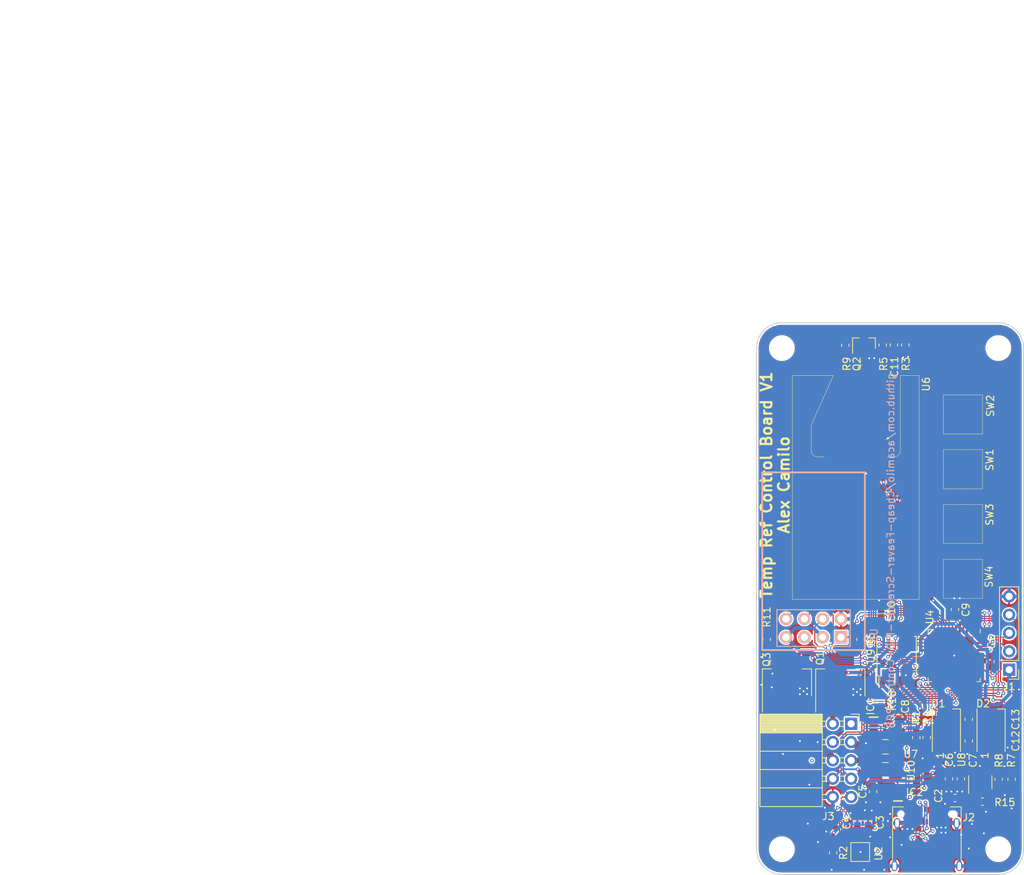
<source format=kicad_pcb>
(kicad_pcb (version 20171130) (host pcbnew "(5.1.2)-2")
  (layers (0 F.Cu signal hide) (31 B.Cu signal hide) (34 B.Paste user) (35 F.Paste user hide) (36 B.SilkS user) (37 F.SilkS user) (38 B.Mask user) (39 F.Mask user hide) (44 Edge.Cuts user))
  (net 0 "")
  (net 1 "Net-(C1-Pad2)")
  (net 2 GND)
  (net 3 VBUS)
  (net 4 +3V3)
  (net 5 SWD)
  (net 6 SWC)
  (net 7 RST)
  (net 8 CC1)
  (net 9 D+)
  (net 10 D-)
  (net 11 "Net-(J2-PadA8)")
  (net 12 "Net-(J2-PadB8)")
  (net 13 CC2)
  (net 14 "Net-(Q1-Pad1)")
  (net 15 "Net-(Q3-Pad1)")
  (net 16 HEATER0)
  (net 17 "Net-(R15-Pad2)")
  (net 18 SDA)
  (net 19 SCL)
  (net 20 FLCS)
  (net 21 FLMOSI)
  (net 22 FLCK)
  (net 23 FLMISO)
  (net 24 "Net-(U4-Pad37)")
  (net 25 "Net-(U4-Pad38)")
  (net 26 "Net-(U4-Pad39)")
  (net 27 "Net-(U4-Pad41)")
  (net 28 "Net-(U8-Pad2)")
  (net 29 "Net-(U8-Pad4)")
  (net 30 "Net-(C3-Pad2)")
  (net 31 "Net-(R2-Pad2)")
  (net 32 "Net-(U2-Pad1)")
  (net 33 PD_EN_SINK)
  (net 34 "Net-(U2-Pad12)")
  (net 35 PD_ALERT)
  (net 36 "Net-(U2-Pad16)")
  (net 37 "Net-(U2-Pad6)")
  (net 38 "Net-(U2-Pad5)")
  (net 39 "Net-(U2-Pad9)")
  (net 40 HEATER1)
  (net 41 WIFI_TX)
  (net 42 WIFI_G2)
  (net 43 WIFI_RST)
  (net 44 WIFI_G0)
  (net 45 WIFI_RX)
  (net 46 A_SENSE)
  (net 47 B_SENSE)
  (net 48 VBUS_SENSE)
  (net 49 KEYA)
  (net 50 KEYB)
  (net 51 KEYC)
  (net 52 KEYD)
  (net 53 DISP_SCK)
  (net 54 DISP_MOSI)
  (net 55 DISP_BACKLIGHT)
  (net 56 DISP_DC)
  (net 57 DISP_RST)
  (net 58 DISP_CS)
  (net 59 "Net-(IC1-Pad3)")
  (net 60 "Net-(IC1-Pad2)")
  (net 61 "Net-(IC2-Pad2)")
  (net 62 "Net-(IC2-Pad3)")
  (net 63 "Net-(Q2-Pad1)")
  (net 64 "Net-(Q2-Pad3)")
  (net 65 "Net-(R9-Pad2)")
  (net 66 ZONEB+)
  (net 67 ZONEB-)
  (net 68 ZONEA-)
  (net 69 ZONEA+)
  (net 70 neopix)
  (net 71 "Net-(D1-Pad1)")
  (net 72 "Net-(D2-Pad1)")
  (net 73 "Net-(J3-Pad5)")
  (net 74 DALLAS2)
  (net 75 DALLAS1)
  (module temp-ref:TFT-1.14-240-135 (layer F.Cu) (at 151.162851 30.5819 90)
    (fp_text reference U6 (at -1.4181 1.337149 90) (layer F.SilkS))
    (fp_text value spi-tft-1.14-240x135)
    (pad 1 smd rect (at -11.5 -12.63 270) (size 2 0.5) (layers F.Cu F.Paste F.Mask))
    (pad 2 smd rect (at -11.5 -11.93 270) (size 2 0.5) (layers F.Cu F.Paste F.Mask))
    (pad 3 smd rect (at -11.5 -11.23 270) (size 2 0.5) (layers F.Cu F.Paste F.Mask) (net 54 DISP_MOSI))
    (pad 4 smd rect (at -11.5 -10.53 270) (size 2 0.5) (layers F.Cu F.Paste F.Mask) (net 53 DISP_SCK))
    (pad 5 smd rect (at -11.5 -9.83 270) (size 2 0.5) (layers F.Cu F.Paste F.Mask) (net 56 DISP_DC))
    (pad 6 smd rect (at -11.5 -9.13 270) (size 2 0.5) (layers F.Cu F.Paste F.Mask) (net 57 DISP_RST))
    (pad 7 smd rect (at -11.5 -8.43 270) (size 2 0.5) (layers F.Cu F.Paste F.Mask) (net 58 DISP_CS))
    (pad 8 smd rect (at -11.5 -7.73 270) (size 2 0.5) (layers F.Cu F.Paste F.Mask) (net 2 GND))
    (pad 9 smd rect (at -11.5 -7.03 270) (size 2 0.5) (layers F.Cu F.Paste F.Mask))
    (pad 10 smd rect (at -11.5 -6.35 270) (size 2 0.5) (layers F.Cu F.Paste F.Mask) (net 4 +3V3))
    (pad 11 smd rect (at -11.5 -5.63 270) (size 2 0.5) (layers F.Cu F.Paste F.Mask) (net 65 "Net-(R9-Pad2)"))
    (pad 12 smd rect (at -11.5 -4.93 270) (size 2 0.5) (layers F.Cu F.Paste F.Mask) (net 4 +3V3))
    (pad 13 smd rect (at -11.5 -4.23 270) (size 2 0.5) (layers F.Cu F.Paste F.Mask) (net 2 GND))
  )
  (module ESP8266:ESP-01 (layer B.Cu) (at 140.7 67.1 90)
    (fp_text reference U3 (at 0.254 4.572 90) (layer B.SilkS) (effects (justify mirror)))
    (fp_text value ESP-01v090)
    (pad 1 thru_hole rect (at 0 0 90) (size 1.7272 1.7272) (drill 1.016) (layers *.Cu *.Mask B.SilkS) (net 41 WIFI_TX))
    (pad 2 thru_hole oval (at 2.54 0 90) (size 1.7272 1.7272) (drill 1.016) (layers *.Cu *.Mask B.SilkS) (net 2 GND))
    (pad 3 thru_hole oval (at 0 -2.54 90) (size 1.7272 1.7272) (drill 1.016) (layers *.Cu *.Mask B.SilkS) (net 4 +3V3))
    (pad 4 thru_hole oval (at 2.54 -2.54 90) (size 1.7272 1.7272) (drill 1.016) (layers *.Cu *.Mask B.SilkS) (net 42 WIFI_G2))
    (pad 5 thru_hole oval (at 0 -5.08 90) (size 1.7272 1.7272) (drill 1.016) (layers *.Cu *.Mask B.SilkS) (net 43 WIFI_RST))
    (pad 6 thru_hole oval (at 2.54 -5.08 90) (size 1.7272 1.7272) (drill 1.016) (layers *.Cu *.Mask B.SilkS) (net 44 WIFI_G0))
    (pad 7 thru_hole oval (at 0 -7.62 90) (size 1.7272 1.7272) (drill 1.016) (layers *.Cu *.Mask B.SilkS) (net 4 +3V3))
    (pad 8 thru_hole oval (at 2.54 -7.62 90) (size 1.7272 1.7272) (drill 1.016) (layers *.Cu *.Mask B.SilkS) (net 45 WIFI_RX))
  )
  (module temp-ref:5.2mm_Tact_reverse_mount (layer F.Cu) (at 157.6 36.2 90)
    (fp_text reference SW2 (at 1.2 3.8 90) (layer F.SilkS))
    (fp_text value SW_SPST)
    (pad 2 smd rect (at 1.85 3 90) (size 0.75 2) (layers F.Cu F.Paste F.Mask) (net 2 GND))
    (pad 4 smd rect (at -1.85 3 90) (size 0.75 2) (layers F.Cu F.Paste F.Mask))
    (pad 3 smd rect (at -1.85 -3 90) (size 0.75 2) (layers F.Cu F.Paste F.Mask))
    (pad 1 smd rect (at 1.85 -3 90) (size 0.75 2) (layers F.Cu F.Paste F.Mask) (net 50 KEYB))
  )
  (module temp-ref:5.2mm_Tact_reverse_mount (layer F.Cu) (at 157.6 43.8 90)
    (fp_text reference SW1 (at 1.3 3.7 90) (layer F.SilkS))
    (fp_text value SW_SPST)
    (pad 2 smd rect (at 1.85 3 90) (size 0.75 2) (layers F.Cu F.Paste F.Mask) (net 2 GND))
    (pad 4 smd rect (at -1.85 3 90) (size 0.75 2) (layers F.Cu F.Paste F.Mask))
    (pad 3 smd rect (at -1.85 -3 90) (size 0.75 2) (layers F.Cu F.Paste F.Mask))
    (pad 1 smd rect (at 1.85 -3 90) (size 0.75 2) (layers F.Cu F.Paste F.Mask) (net 49 KEYA))
  )
  (module temp-ref:5.2mm_Tact_reverse_mount (layer F.Cu) (at 157.6 51.4 90)
    (fp_text reference SW3 (at 1.3 3.7 90) (layer F.SilkS))
    (fp_text value SW_SPST)
    (pad 2 smd rect (at 1.85 3 90) (size 0.75 2) (layers F.Cu F.Paste F.Mask) (net 2 GND))
    (pad 4 smd rect (at -1.85 3 90) (size 0.75 2) (layers F.Cu F.Paste F.Mask))
    (pad 3 smd rect (at -1.85 -3 90) (size 0.75 2) (layers F.Cu F.Paste F.Mask))
    (pad 1 smd rect (at 1.85 -3 90) (size 0.75 2) (layers F.Cu F.Paste F.Mask) (net 51 KEYC))
  )
  (module temp-ref:5.2mm_Tact_reverse_mount (layer F.Cu) (at 157.6 59 90)
    (fp_text reference SW4 (at 0.3 3.6 90) (layer F.SilkS))
    (fp_text value SW_SPST)
    (pad 2 smd rect (at 1.85 3 90) (size 0.75 2) (layers F.Cu F.Paste F.Mask) (net 2 GND))
    (pad 4 smd rect (at -1.85 3 90) (size 0.75 2) (layers F.Cu F.Paste F.Mask))
    (pad 3 smd rect (at -1.85 -3 90) (size 0.75 2) (layers F.Cu F.Paste F.Mask))
    (pad 1 smd rect (at 1.85 -3 90) (size 0.75 2) (layers F.Cu F.Paste F.Mask) (net 52 KEYD))
  )
  (module Resistor_SMD:R_Shunt_Ohmite_LVK12 (layer F.Cu) (at 146.86 85.49 270)
    (fp_text reference U10 (at 0.11 -3.54 270) (layer F.SilkS))
    (fp_text value VK20R010D)
    (pad 1 smd rect (at -0.7 -1.375 270) (size 1.1 1.75) (layers F.Cu F.Paste F.Mask) (net 3 VBUS))
    (pad 2 smd rect (at 0.7 -1.375 270) (size 1.1 1.75) (layers F.Cu F.Paste F.Mask) (net 61 "Net-(IC2-Pad2)"))
    (pad 3 smd rect (at -0.7 1.375 270) (size 1.1 1.75) (layers F.Cu F.Paste F.Mask) (net 66 ZONEB+))
    (pad 4 smd rect (at 0.7 1.375 270) (size 1.1 1.75) (layers F.Cu F.Paste F.Mask) (net 62 "Net-(IC2-Pad3)"))
  )
  (module MountingHole:MountingHole_3.2mm_M3 (layer F.Cu) (at 132.5 96.5)
    (fp_text reference REF** hide)
    (fp_text value MountingHole_3.2mm_M3)
    (pad 1 np_thru_hole circle (at 0 0) (size 3.2 3.2) (drill 3.2) (layers *.Cu *.Mask))
  )
  (module MountingHole:MountingHole_3.2mm_M3 (layer F.Cu) (at 132.5 27)
    (fp_text reference REF** hide)
    (fp_text value MountingHole_3.2mm_M3)
    (pad 1 np_thru_hole circle (at 0 0) (size 3.2 3.2) (drill 3.2) (layers *.Cu *.Mask))
  )
  (module MountingHole:MountingHole_3.2mm_M3 (layer F.Cu) (at 162.5 27)
    (fp_text reference REF** hide)
    (fp_text value MountingHole_3.2mm_M3)
    (pad 1 np_thru_hole circle (at 0 0) (size 3.2 3.2) (drill 3.2) (layers *.Cu *.Mask))
  )
  (module MountingHole:MountingHole_3.2mm_M3 (layer F.Cu) (at 162.5 96.5)
    (fp_text reference REF** hide)
    (fp_text value MountingHole_3.2mm_M3)
    (pad 1 np_thru_hole circle (at 0 0) (size 3.2 3.2) (drill 3.2) (layers *.Cu *.Mask))
  )
  (module Capacitor_SMD:C_0603_1608Metric (layer F.Cu) (at 161.4 70.5 90)
    (fp_text reference C1 (at 2.682 0.144 90) (layer F.SilkS))
    (fp_text value 1uF)
    (pad 2 smd roundrect (at 0.7875 0 90) (size 0.875 0.95) (layers F.Cu F.Paste F.Mask) (net 1 "Net-(C1-Pad2)"))
    (pad 1 smd roundrect (at -0.7875 0 90) (size 0.875 0.95) (layers F.Cu F.Paste F.Mask) (net 2 GND))
  )
  (module Capacitor_SMD:C_0603_1608Metric (layer F.Cu) (at 156.5 89.4)
    (fp_text reference C2 (at -2.3 -0.3 90) (layer F.SilkS))
    (fp_text value 1uf)
    (pad 1 smd roundrect (at -0.7875 0) (size 0.875 0.95) (layers F.Cu F.Paste F.Mask) (net 3 VBUS))
    (pad 2 smd roundrect (at 0.7875 0) (size 0.875 0.95) (layers F.Cu F.Paste F.Mask) (net 2 GND))
  )
  (module Capacitor_SMD:C_0603_1608Metric (layer F.Cu) (at 155.66 86.74 270)
    (fp_text reference C6 (at -2.64 -0.04 90) (layer F.SilkS))
    (fp_text value 1uf)
    (pad 2 smd roundrect (at 0.7875 0 270) (size 0.875 0.95) (layers F.Cu F.Paste F.Mask) (net 2 GND))
    (pad 1 smd roundrect (at -0.7875 0 270) (size 0.875 0.95) (layers F.Cu F.Paste F.Mask) (net 4 +3V3))
  )
  (module Capacitor_SMD:C_0603_1608Metric (layer F.Cu) (at 157.31 86.74 270)
    (fp_text reference C7 (at -2.54 -1.69 90) (layer F.SilkS))
    (fp_text value 1uf)
    (pad 1 smd roundrect (at -0.7875 0 270) (size 0.875 0.95) (layers F.Cu F.Paste F.Mask) (net 4 +3V3))
    (pad 2 smd roundrect (at 0.7875 0 270) (size 0.875 0.95) (layers F.Cu F.Paste F.Mask) (net 2 GND))
  )
  (module Connector_PinHeader_2.54mm:PinHeader_1x05_P2.54mm_Vertical (layer F.Cu) (at 164 71.6 180)
    (fp_text reference J1 (at 0 -2.33) (layer F.SilkS))
    (fp_text value Conn_01x05_Male)
    (pad 1 thru_hole rect (at 0 0 180) (size 1.7 1.7) (drill 1) (layers *.Cu *.Mask) (net 4 +3V3))
    (pad 2 thru_hole oval (at 0 2.54 180) (size 1.7 1.7) (drill 1) (layers *.Cu *.Mask) (net 5 SWD))
    (pad 3 thru_hole oval (at 0 5.08 180) (size 1.7 1.7) (drill 1) (layers *.Cu *.Mask) (net 6 SWC))
    (pad 4 thru_hole oval (at 0 7.62 180) (size 1.7 1.7) (drill 1) (layers *.Cu *.Mask) (net 7 RST))
    (pad 5 thru_hole oval (at 0 10.16 180) (size 1.7 1.7) (drill 1) (layers *.Cu *.Mask) (net 2 GND))
  )
  (module Package_TO_SOT_SMD:SOT-223 (layer F.Cu) (at 140.6 73.4 90)
    (fp_text reference Q1 (at 3.4 -2.8 90) (layer F.SilkS))
    (fp_text value Q_NMOS_GDS)
    (pad 1 smd rect (at -3.15 -2.3 90) (size 2 1.5) (layers F.Cu F.Paste F.Mask) (net 14 "Net-(Q1-Pad1)"))
    (pad 3 smd rect (at -3.15 2.3 90) (size 2 1.5) (layers F.Cu F.Paste F.Mask) (net 2 GND))
    (pad 2 smd rect (at -3.15 0 90) (size 2 1.5) (layers F.Cu F.Paste F.Mask) (net 68 ZONEA-))
    (pad 4 smd rect (at 3.15 0 90) (size 2 3.8) (layers F.Cu F.Paste F.Mask))
  )
  (module Package_TO_SOT_SMD:SOT-223 (layer F.Cu) (at 133.2 73.4 90)
    (fp_text reference Q3 (at 3.2 -2.8 90) (layer F.SilkS))
    (fp_text value Q_NMOS_GDS)
    (pad 1 smd rect (at -3.15 -2.3 90) (size 2 1.5) (layers F.Cu F.Paste F.Mask) (net 15 "Net-(Q3-Pad1)"))
    (pad 3 smd rect (at -3.15 2.3 90) (size 2 1.5) (layers F.Cu F.Paste F.Mask) (net 2 GND))
    (pad 2 smd rect (at -3.15 0 90) (size 2 1.5) (layers F.Cu F.Paste F.Mask) (net 67 ZONEB-))
    (pad 4 smd rect (at 3.15 0 90) (size 2 3.8) (layers F.Cu F.Paste F.Mask))
  )
  (module Resistor_SMD:R_0603_1608Metric (layer F.Cu) (at 143.4 67.4 270)
    (fp_text reference R6 (at 0 -1.43 90) (layer F.SilkS))
    (fp_text value 1k)
    (pad 1 smd roundrect (at -0.7875 0 270) (size 0.875 0.95) (layers F.Cu F.Paste F.Mask) (net 16 HEATER0))
    (pad 2 smd roundrect (at 0.7875 0 270) (size 0.875 0.95) (layers F.Cu F.Paste F.Mask) (net 14 "Net-(Q1-Pad1)"))
  )
  (module Resistor_SMD:R_0603_1608Metric (layer F.Cu) (at 130.4 67.4 270)
    (fp_text reference R11 (at -3.1 0 90) (layer F.SilkS))
    (fp_text value 1k)
    (pad 2 smd roundrect (at 0.7875 0 270) (size 0.875 0.95) (layers F.Cu F.Paste F.Mask) (net 15 "Net-(Q3-Pad1)"))
    (pad 1 smd roundrect (at -0.7875 0 270) (size 0.875 0.95) (layers F.Cu F.Paste F.Mask) (net 40 HEATER1))
  )
  (module Resistor_SMD:R_0603_1608Metric (layer F.Cu) (at 146.2 75.9 270)
    (fp_text reference R18 (at 0 -1.6 90) (layer F.SilkS))
    (fp_text value 10k)
    (pad 2 smd roundrect (at 0.7875 0 270) (size 0.875 0.95) (layers F.Cu F.Paste F.Mask) (net 4 +3V3))
    (pad 1 smd roundrect (at -0.7875 0 270) (size 0.875 0.95) (layers F.Cu F.Paste F.Mask) (net 20 FLCS))
  )
  (module Package_TO_SOT_SMD:SOT-23-5 (layer F.Cu) (at 160 87.2 90)
    (fp_text reference U8 (at 3.1 -2.6 90) (layer F.SilkS))
    (fp_text value AP2112K-3.3)
    (pad 1 smd rect (at -1.1 -0.95 90) (size 1.06 0.65) (layers F.Cu F.Paste F.Mask) (net 3 VBUS))
    (pad 2 smd rect (at -1.1 0 90) (size 1.06 0.65) (layers F.Cu F.Paste F.Mask) (net 28 "Net-(U8-Pad2)"))
    (pad 3 smd rect (at -1.1 0.95 90) (size 1.06 0.65) (layers F.Cu F.Paste F.Mask) (net 17 "Net-(R15-Pad2)"))
    (pad 4 smd rect (at 1.1 0.95 90) (size 1.06 0.65) (layers F.Cu F.Paste F.Mask) (net 29 "Net-(U8-Pad4)"))
    (pad 5 smd rect (at 1.1 -0.95 90) (size 1.06 0.65) (layers F.Cu F.Paste F.Mask) (net 4 +3V3))
  )
  (module Package_DFN_QFN:QFN-48-1EP_7x7mm_P0.5mm_EP5.3x5.3mm (layer F.Cu) (at 156.39 69.64 270)
    (fp_text reference U4 (at -5.34 3.39 90) (layer F.SilkS))
    (fp_text value ATSAMD21G18A-AUT)
    (pad 49 smd roundrect (at 0 0 270) (size 5.3 5.3) (layers F.Cu F.Mask) (roundrect_rratio 0.047) (net 2 GND))
    (pad 1 smd roundrect (at -3.45 -2.75 270) (size 0.8 0.25) (layers F.Cu F.Paste F.Mask) (net 48 VBUS_SENSE))
    (pad 2 smd roundrect (at -3.45 -2.25 270) (size 0.8 0.25) (layers F.Cu F.Paste F.Mask) (net 46 A_SENSE))
    (pad 3 smd roundrect (at -3.45 -1.75 270) (size 0.8 0.25) (layers F.Cu F.Paste F.Mask) (net 47 B_SENSE))
    (pad 4 smd roundrect (at -3.45 -1.25 270) (size 0.8 0.25) (layers F.Cu F.Paste F.Mask) (net 51 KEYC))
    (pad 5 smd roundrect (at -3.45 -0.75 270) (size 0.8 0.25) (layers F.Cu F.Paste F.Mask) (net 2 GND))
    (pad 6 smd roundrect (at -3.45 -0.25 270) (size 0.8 0.25) (layers F.Cu F.Paste F.Mask) (net 4 +3V3))
    (pad 7 smd roundrect (at -3.45 0.25 270) (size 0.8 0.25) (layers F.Cu F.Paste F.Mask) (net 52 KEYD))
    (pad 8 smd roundrect (at -3.45 0.75 270) (size 0.8 0.25) (layers F.Cu F.Paste F.Mask) (net 58 DISP_CS))
    (pad 9 smd roundrect (at -3.45 1.25 270) (size 0.8 0.25) (layers F.Cu F.Paste F.Mask) (net 57 DISP_RST))
    (pad 10 smd roundrect (at -3.45 1.75 270) (size 0.8 0.25) (layers F.Cu F.Paste F.Mask) (net 56 DISP_DC))
    (pad 11 smd roundrect (at -3.45 2.25 270) (size 0.8 0.25) (layers F.Cu F.Paste F.Mask) (net 40 HEATER1))
    (pad 12 smd roundrect (at -3.45 2.75 270) (size 0.8 0.25) (layers F.Cu F.Paste F.Mask) (net 16 HEATER0))
    (pad 13 smd roundrect (at -2.75 3.45 270) (size 0.25 0.8) (layers F.Cu F.Paste F.Mask) (net 21 FLMOSI))
    (pad 14 smd roundrect (at -2.25 3.45 270) (size 0.25 0.8) (layers F.Cu F.Paste F.Mask) (net 22 FLCK))
    (pad 15 smd roundrect (at -1.75 3.45 270) (size 0.25 0.8) (layers F.Cu F.Paste F.Mask) (net 41 WIFI_TX))
    (pad 16 smd roundrect (at -1.25 3.45 270) (size 0.25 0.8) (layers F.Cu F.Paste F.Mask) (net 45 WIFI_RX))
    (pad 17 smd roundrect (at -0.75 3.45 270) (size 0.25 0.8) (layers F.Cu F.Paste F.Mask) (net 4 +3V3))
    (pad 18 smd roundrect (at -0.25 3.45 270) (size 0.25 0.8) (layers F.Cu F.Paste F.Mask) (net 2 GND))
    (pad 19 smd roundrect (at 0.25 3.45 270) (size 0.25 0.8) (layers F.Cu F.Paste F.Mask) (net 53 DISP_SCK))
    (pad 20 smd roundrect (at 0.75 3.45 270) (size 0.25 0.8) (layers F.Cu F.Paste F.Mask) (net 54 DISP_MOSI))
    (pad 21 smd roundrect (at 1.25 3.45 270) (size 0.25 0.8) (layers F.Cu F.Paste F.Mask) (net 44 WIFI_G0))
    (pad 22 smd roundrect (at 1.75 3.45 270) (size 0.25 0.8) (layers F.Cu F.Paste F.Mask) (net 20 FLCS))
    (pad 23 smd roundrect (at 2.25 3.45 270) (size 0.25 0.8) (layers F.Cu F.Paste F.Mask) (net 23 FLMISO))
    (pad 24 smd roundrect (at 2.75 3.45 270) (size 0.25 0.8) (layers F.Cu F.Paste F.Mask) (net 55 DISP_BACKLIGHT))
    (pad 25 smd roundrect (at 3.45 2.75 270) (size 0.8 0.25) (layers F.Cu F.Paste F.Mask) (net 75 DALLAS1))
    (pad 26 smd roundrect (at 3.45 2.25 270) (size 0.8 0.25) (layers F.Cu F.Paste F.Mask) (net 74 DALLAS2))
    (pad 27 smd roundrect (at 3.45 1.75 270) (size 0.8 0.25) (layers F.Cu F.Paste F.Mask) (net 70 neopix))
    (pad 28 smd roundrect (at 3.45 1.25 270) (size 0.8 0.25) (layers F.Cu F.Paste F.Mask) (net 43 WIFI_RST))
    (pad 29 smd roundrect (at 3.45 0.75 270) (size 0.8 0.25) (layers F.Cu F.Paste F.Mask) (net 42 WIFI_G2))
    (pad 30 smd roundrect (at 3.45 0.25 270) (size 0.8 0.25) (layers F.Cu F.Paste F.Mask) (net 35 PD_ALERT))
    (pad 31 smd roundrect (at 3.45 -0.25 270) (size 0.8 0.25) (layers F.Cu F.Paste F.Mask) (net 18 SDA))
    (pad 32 smd roundrect (at 3.45 -0.75 270) (size 0.8 0.25) (layers F.Cu F.Paste F.Mask) (net 19 SCL))
    (pad 33 smd roundrect (at 3.45 -1.25 270) (size 0.8 0.25) (layers F.Cu F.Paste F.Mask) (net 10 D-))
    (pad 34 smd roundrect (at 3.45 -1.75 270) (size 0.8 0.25) (layers F.Cu F.Paste F.Mask) (net 9 D+))
    (pad 35 smd roundrect (at 3.45 -2.25 270) (size 0.8 0.25) (layers F.Cu F.Paste F.Mask) (net 2 GND))
    (pad 36 smd roundrect (at 3.45 -2.75 270) (size 0.8 0.25) (layers F.Cu F.Paste F.Mask) (net 4 +3V3))
    (pad 37 smd roundrect (at 2.75 -3.45 270) (size 0.25 0.8) (layers F.Cu F.Paste F.Mask) (net 24 "Net-(U4-Pad37)"))
    (pad 38 smd roundrect (at 2.25 -3.45 270) (size 0.25 0.8) (layers F.Cu F.Paste F.Mask) (net 25 "Net-(U4-Pad38)"))
    (pad 39 smd roundrect (at 1.75 -3.45 270) (size 0.25 0.8) (layers F.Cu F.Paste F.Mask) (net 26 "Net-(U4-Pad39)"))
    (pad 40 smd roundrect (at 1.25 -3.45 270) (size 0.25 0.8) (layers F.Cu F.Paste F.Mask) (net 7 RST))
    (pad 41 smd roundrect (at 0.75 -3.45 270) (size 0.25 0.8) (layers F.Cu F.Paste F.Mask) (net 27 "Net-(U4-Pad41)"))
    (pad 42 smd roundrect (at 0.25 -3.45 270) (size 0.25 0.8) (layers F.Cu F.Paste F.Mask) (net 2 GND))
    (pad 43 smd roundrect (at -0.25 -3.45 270) (size 0.25 0.8) (layers F.Cu F.Paste F.Mask) (net 1 "Net-(C1-Pad2)"))
    (pad 44 smd roundrect (at -0.75 -3.45 270) (size 0.25 0.8) (layers F.Cu F.Paste F.Mask) (net 4 +3V3))
    (pad 45 smd roundrect (at -1.25 -3.45 270) (size 0.25 0.8) (layers F.Cu F.Paste F.Mask) (net 5 SWD))
    (pad 46 smd roundrect (at -1.75 -3.45 270) (size 0.25 0.8) (layers F.Cu F.Paste F.Mask) (net 6 SWC))
    (pad 47 smd roundrect (at -2.25 -3.45 270) (size 0.25 0.8) (layers F.Cu F.Paste F.Mask) (net 50 KEYB))
    (pad 48 smd roundrect (at -2.75 -3.45 270) (size 0.25 0.8) (layers F.Cu F.Paste F.Mask) (net 49 KEYA))
  )
  (module Capacitor_SMD:C_0603_1608Metric (layer F.Cu) (at 142.96 92.79 270)
    (fp_text reference C3 (at 0 -3.14 90) (layer F.SilkS))
    (fp_text value 2.2u)
    (pad 2 smd roundrect (at 0.7875 0 270) (size 0.875 0.95) (layers F.Cu F.Paste F.Mask) (net 30 "Net-(C3-Pad2)"))
    (pad 1 smd roundrect (at -0.7875 0 270) (size 0.875 0.95) (layers F.Cu F.Paste F.Mask) (net 2 GND))
  )
  (module Resistor_SMD:R_0603_1608Metric (layer F.Cu) (at 139.6 97 270)
    (fp_text reference R2 (at 0 -1.43 90) (layer F.SilkS))
    (fp_text value 10k)
    (pad 1 smd roundrect (at -0.7875 0 270) (size 0.875 0.95) (layers F.Cu F.Paste F.Mask) (net 4 +3V3))
    (pad 2 smd roundrect (at 0.7875 0 270) (size 0.875 0.95) (layers F.Cu F.Paste F.Mask) (net 31 "Net-(R2-Pad2)"))
  )
  (module HX2QFN16:HX2QFN16 (layer F.Cu) (at 143.36 96.89 270)
    (fp_text reference U2 (at 0.21 -2.54 90) (layer F.SilkS))
    (fp_text value PTN5110)
    (pad 1 smd rect (at -1.3 -0.8 90) (size 0.75 0.25) (layers F.Cu F.Paste F.Mask) (net 32 "Net-(U2-Pad1)"))
    (pad 2 smd rect (at -1.3 -0.4 90) (size 0.75 0.25) (layers F.Cu F.Paste F.Mask) (net 33 PD_EN_SINK))
    (pad 3 smd rect (at -1.3 0 90) (size 0.75 0.25) (layers F.Cu F.Paste F.Mask) (net 4 +3V3))
    (pad 4 smd rect (at -1.3 0.4 90) (size 0.75 0.25) (layers F.Cu F.Paste F.Mask) (net 30 "Net-(C3-Pad2)"))
    (pad 13 smd rect (at 1.3 -0.8 90) (size 0.75 0.25) (layers F.Cu F.Paste F.Mask) (net 8 CC1))
    (pad 11 smd rect (at 1.3 0 90) (size 0.75 0.25) (layers F.Cu F.Paste F.Mask) (net 31 "Net-(R2-Pad2)"))
    (pad 12 smd rect (at 1.3 -0.4 90) (size 0.75 0.25) (layers F.Cu F.Paste F.Mask) (net 34 "Net-(U2-Pad12)"))
    (pad 10 smd rect (at 1.3 0.4 90) (size 0.75 0.25) (layers F.Cu F.Paste F.Mask) (net 35 PD_ALERT))
    (pad 16 smd rect (at -0.4 -1.3) (size 0.75 0.25) (layers F.Cu F.Paste F.Mask) (net 36 "Net-(U2-Pad16)"))
    (pad 6 smd rect (at -0.4 1.3) (size 0.75 0.25) (layers F.Cu F.Paste F.Mask) (net 37 "Net-(U2-Pad6)"))
    (pad 15 smd rect (at 0 -1.3) (size 0.75 0.25) (layers F.Cu F.Paste F.Mask) (net 3 VBUS))
    (pad 14 smd rect (at 0.4 -1.3) (size 0.75 0.25) (layers F.Cu F.Paste F.Mask) (net 13 CC2))
    (pad 7 smd rect (at 0 1.3) (size 0.75 0.25) (layers F.Cu F.Paste F.Mask) (net 19 SCL))
    (pad 8 smd rect (at 0.4 1.3) (size 0.75 0.25) (layers F.Cu F.Paste F.Mask) (net 18 SDA))
    (pad 5 smd rect (at -1.3 0.8 90) (size 0.75 0.25) (layers F.Cu F.Paste F.Mask) (net 38 "Net-(U2-Pad5)"))
    (pad 9 smd rect (at 1.3 0.8 90) (size 0.75 0.25) (layers F.Cu F.Paste F.Mask) (net 39 "Net-(U2-Pad9)"))
    (pad 17 smd rect (at 0 0 270) (size 1 1) (layers F.Cu F.Paste F.Mask) (net 2 GND))
  )
  (module temp-ref:SOT65P210X110-6N (layer F.Cu) (at 146.16 79.39)
    (fp_text reference IC1 (at -1.38 -2.682 90) (layer F.SilkS))
    (fp_text value INA211AIDCKT hide)
    (pad 6 smd rect (at 0.95 -0.65 90) (size 0.4 1.2) (layers F.Cu F.Paste F.Mask) (net 2 GND))
    (pad 5 smd rect (at 0.95 0 90) (size 0.4 1.2) (layers F.Cu F.Paste F.Mask) (net 2 GND))
    (pad 4 smd rect (at 0.95 0.65 90) (size 0.4 1.2) (layers F.Cu F.Paste F.Mask) (net 4 +3V3))
    (pad 3 smd rect (at -0.95 0.65 90) (size 0.4 1.2) (layers F.Cu F.Paste F.Mask) (net 59 "Net-(IC1-Pad3)"))
    (pad 2 smd rect (at -0.95 0 90) (size 0.4 1.2) (layers F.Cu F.Paste F.Mask) (net 60 "Net-(IC1-Pad2)"))
    (pad 1 smd rect (at -0.95 -0.65 90) (size 0.4 1.2) (layers F.Cu F.Paste F.Mask) (net 46 A_SENSE))
  )
  (module temp-ref:SOT65P210X110-6N (layer F.Cu) (at 147.64 88.61 180)
    (fp_text reference IC2 (at -3.26 0.01) (layer F.SilkS))
    (fp_text value INA211AIDCKT hide)
    (pad 1 smd rect (at -0.95 -0.65 270) (size 0.4 1.2) (layers F.Cu F.Paste F.Mask) (net 47 B_SENSE))
    (pad 2 smd rect (at -0.95 0 270) (size 0.4 1.2) (layers F.Cu F.Paste F.Mask) (net 61 "Net-(IC2-Pad2)"))
    (pad 3 smd rect (at -0.95 0.65 270) (size 0.4 1.2) (layers F.Cu F.Paste F.Mask) (net 62 "Net-(IC2-Pad3)"))
    (pad 4 smd rect (at 0.95 0.65 270) (size 0.4 1.2) (layers F.Cu F.Paste F.Mask) (net 4 +3V3))
    (pad 5 smd rect (at 0.95 0 270) (size 0.4 1.2) (layers F.Cu F.Paste F.Mask) (net 2 GND))
    (pad 6 smd rect (at 0.95 -0.65 270) (size 0.4 1.2) (layers F.Cu F.Paste F.Mask) (net 2 GND))
  )
  (module Capacitor_SMD:C_0603_1608Metric (layer F.Cu) (at 145.14 88.51 90)
    (fp_text reference C5 (at 0 -1.43 90) (layer F.SilkS))
    (fp_text value 1uf)
    (pad 2 smd roundrect (at 0.7875 0 90) (size 0.875 0.95) (layers F.Cu F.Paste F.Mask) (net 4 +3V3))
    (pad 1 smd roundrect (at -0.7875 0 90) (size 0.875 0.95) (layers F.Cu F.Paste F.Mask) (net 2 GND))
  )
  (module Capacitor_SMD:C_0603_1608Metric (layer F.Cu) (at 148.66 79.29 270)
    (fp_text reference C8 (at -2.582 -0.946 90) (layer F.SilkS))
    (fp_text value 1uf)
    (pad 1 smd roundrect (at -0.7875 0 270) (size 0.875 0.95) (layers F.Cu F.Paste F.Mask) (net 2 GND))
    (pad 2 smd roundrect (at 0.7875 0 270) (size 0.875 0.95) (layers F.Cu F.Paste F.Mask) (net 4 +3V3))
  )
  (module Resistor_SMD:R_0603_1608Metric (layer F.Cu) (at 162.54 86.81 270)
    (fp_text reference R7 (at -2.61 -1.76 90) (layer F.SilkS))
    (fp_text value 100k)
    (pad 1 smd roundrect (at -0.7875 0 270) (size 0.875 0.95) (layers F.Cu F.Paste F.Mask) (net 48 VBUS_SENSE))
    (pad 2 smd roundrect (at 0.7875 0 270) (size 0.875 0.95) (layers F.Cu F.Paste F.Mask) (net 3 VBUS))
  )
  (module Resistor_SMD:R_0603_1608Metric (layer F.Cu) (at 164.34 86.81 90)
    (fp_text reference R8 (at 2.61 -1.74 90) (layer F.SilkS))
    (fp_text value 10k)
    (pad 2 smd roundrect (at 0.7875 0 90) (size 0.875 0.95) (layers F.Cu F.Paste F.Mask) (net 48 VBUS_SENSE))
    (pad 1 smd roundrect (at -0.7875 0 90) (size 0.875 0.95) (layers F.Cu F.Paste F.Mask) (net 2 GND))
  )
  (module Resistor_SMD:R_Shunt_Ohmite_LVK12 (layer F.Cu) (at 146.86 82.3 270)
    (fp_text reference U7 (at 1.012 -3.508) (layer F.SilkS))
    (fp_text value VK20R010D)
    (pad 4 smd rect (at 0.7 1.375 270) (size 1.1 1.75) (layers F.Cu F.Paste F.Mask) (net 69 ZONEA+))
    (pad 3 smd rect (at -0.7 1.375 270) (size 1.1 1.75) (layers F.Cu F.Paste F.Mask) (net 59 "Net-(IC1-Pad3)"))
    (pad 2 smd rect (at 0.7 -1.375 270) (size 1.1 1.75) (layers F.Cu F.Paste F.Mask) (net 3 VBUS))
    (pad 1 smd rect (at -0.7 -1.375 270) (size 1.1 1.75) (layers F.Cu F.Paste F.Mask) (net 60 "Net-(IC1-Pad2)"))
  )
  (module Capacitor_SMD:C_0603_1608Metric (layer F.Cu) (at 144.46 92.79 90)
    (fp_text reference C4 (at 0 -2.96 90) (layer F.SilkS))
    (fp_text value 2,2u)
    (pad 1 smd roundrect (at -0.7875 0 90) (size 0.875 0.95) (layers F.Cu F.Paste F.Mask) (net 4 +3V3))
    (pad 2 smd roundrect (at 0.7875 0 90) (size 0.875 0.95) (layers F.Cu F.Paste F.Mask) (net 2 GND))
  )
  (module Package_TO_SOT_SMD:SOT-23 (layer F.Cu) (at 143.88 26.35 90)
    (fp_text reference Q2 (at -2.85 -0.98 90) (layer F.SilkS))
    (fp_text value MMBT3904)
    (pad 1 smd rect (at -1 -0.95 90) (size 0.9 0.8) (layers F.Cu F.Paste F.Mask) (net 63 "Net-(Q2-Pad1)"))
    (pad 2 smd rect (at -1 0.95 90) (size 0.9 0.8) (layers F.Cu F.Paste F.Mask) (net 2 GND))
    (pad 3 smd rect (at 1 0 90) (size 0.9 0.8) (layers F.Cu F.Paste F.Mask) (net 64 "Net-(Q2-Pad3)"))
  )
  (module Resistor_SMD:R_0603_1608Metric (layer F.Cu) (at 148.04 26.56 270)
    (fp_text reference R3 (at 2.64 -1.66 90) (layer F.SilkS))
    (fp_text value 10k)
    (pad 2 smd roundrect (at 0.7875 0 270) (size 0.875 0.95) (layers F.Cu F.Paste F.Mask) (net 55 DISP_BACKLIGHT))
    (pad 1 smd roundrect (at -0.7875 0 270) (size 0.875 0.95) (layers F.Cu F.Paste F.Mask) (net 4 +3V3))
  )
  (module Resistor_SMD:R_0603_1608Metric (layer F.Cu) (at 146.47 26.57 90)
    (fp_text reference R5 (at -2.63 0.13 90) (layer F.SilkS))
    (fp_text value 10k)
    (pad 1 smd roundrect (at -0.7875 0 90) (size 0.875 0.95) (layers F.Cu F.Paste F.Mask) (net 55 DISP_BACKLIGHT))
    (pad 2 smd roundrect (at 0.7875 0 90) (size 0.875 0.95) (layers F.Cu F.Paste F.Mask) (net 63 "Net-(Q2-Pad1)"))
  )
  (module Resistor_SMD:R_0603_1608Metric (layer F.Cu) (at 141.3 26.6 270)
    (fp_text reference R9 (at 2.6 -0.2 90) (layer F.SilkS))
    (fp_text value 33)
    (pad 1 smd roundrect (at -0.7875 0 270) (size 0.875 0.95) (layers F.Cu F.Paste F.Mask) (net 64 "Net-(Q2-Pad3)"))
    (pad 2 smd roundrect (at 0.7875 0 270) (size 0.875 0.95) (layers F.Cu F.Paste F.Mask) (net 65 "Net-(R9-Pad2)"))
  )
  (module Resistor_SMD:R_0603_1608Metric (layer F.Cu) (at 160.3 89.9)
    (fp_text reference R15 (at 3.1 0.1) (layer F.SilkS))
    (fp_text value 10k)
    (pad 1 smd roundrect (at -0.7875 0) (size 0.875 0.95) (layers F.Cu F.Paste F.Mask) (net 3 VBUS))
    (pad 2 smd roundrect (at 0.7875 0) (size 0.875 0.95) (layers F.Cu F.Paste F.Mask) (net 17 "Net-(R15-Pad2)"))
  )
  (module Capacitor_SMD:C_0603_1608Metric (layer F.Cu) (at 156.5 63.25 270)
    (fp_text reference C9 (at 0.05 -1.5 90) (layer F.SilkS))
    (fp_text value 1uF)
    (pad 1 smd roundrect (at -0.7875 0 270) (size 0.875 0.95) (layers F.Cu F.Paste F.Mask) (net 2 GND))
    (pad 2 smd roundrect (at 0.7875 0 270) (size 0.875 0.95) (layers F.Cu F.Paste F.Mask) (net 4 +3V3))
  )
  (module Capacitor_SMD:C_0603_1608Metric (layer F.Cu) (at 146.25 63.5 270)
    (fp_text reference C10 (at 0 -1.43 90) (layer F.SilkS))
    (fp_text value 1uF)
    (pad 2 smd roundrect (at 0.7875 0 270) (size 0.875 0.95) (layers F.Cu F.Paste F.Mask) (net 4 +3V3))
    (pad 1 smd roundrect (at -0.7875 0 270) (size 0.875 0.95) (layers F.Cu F.Paste F.Mask) (net 2 GND))
  )
  (module Capacitor_SMD:C_0603_1608Metric (layer F.Cu) (at 149.6 26.56 90)
    (fp_text reference C11 (at -3.04 -1.5 90) (layer F.SilkS))
    (fp_text value 1uF)
    (pad 1 smd roundrect (at -0.7875 0 90) (size 0.875 0.95) (layers F.Cu F.Paste F.Mask) (net 2 GND))
    (pad 2 smd roundrect (at 0.7875 0 90) (size 0.875 0.95) (layers F.Cu F.Paste F.Mask) (net 4 +3V3))
  )
  (module temp-ref:USB_C_Receptacle_Amphenol_12401610E4-2A (layer F.Cu) (at 152.6 96)
    (fp_text reference J2 (at 5.8 -3.9) (layer F.SilkS))
    (fp_text value USB_C_Receptacle_USB2.0)
    (pad S1 thru_hole oval (at -4.13 -3.11) (size 0.8 1.4) (drill oval 0.5 1.1) (layers *.Cu *.Mask) (net 2 GND))
    (pad A1 smd rect (at -2.75 -5.02) (size 0.3 0.7) (layers F.Cu F.Paste F.Mask) (net 2 GND))
    (pad A2 smd rect (at -2.25 -5.02) (size 0.3 0.7) (layers F.Cu F.Paste F.Mask))
    (pad A3 smd rect (at -1.75 -5.02) (size 0.3 0.7) (layers F.Cu F.Paste F.Mask))
    (pad A4 smd rect (at -1.25 -5.02) (size 0.3 0.7) (layers F.Cu F.Paste F.Mask) (net 3 VBUS))
    (pad A5 smd rect (at -0.75 -5.02) (size 0.3 0.7) (layers F.Cu F.Paste F.Mask) (net 8 CC1))
    (pad A6 smd rect (at -0.25 -5.02) (size 0.3 0.7) (layers F.Cu F.Paste F.Mask) (net 9 D+))
    (pad A7 smd rect (at 0.25 -5.02) (size 0.3 0.7) (layers F.Cu F.Paste F.Mask) (net 10 D-))
    (pad A12 smd rect (at 2.75 -5.02) (size 0.3 0.7) (layers F.Cu F.Paste F.Mask) (net 2 GND))
    (pad A10 smd rect (at 1.75 -5.02) (size 0.3 0.7) (layers F.Cu F.Paste F.Mask))
    (pad A9 smd rect (at 1.25 -5.02) (size 0.3 0.7) (layers F.Cu F.Paste F.Mask) (net 3 VBUS))
    (pad A8 smd rect (at 0.75 -5.02) (size 0.3 0.7) (layers F.Cu F.Paste F.Mask) (net 11 "Net-(J2-PadA8)"))
    (pad A11 smd rect (at 2.25 -5.02) (size 0.3 0.7) (layers F.Cu F.Paste F.Mask))
    (pad B1 smd rect (at 2.5 -3.32) (size 0.3 0.7) (layers F.Cu F.Paste F.Mask) (net 2 GND))
    (pad S1 thru_hole oval (at 4.13 -3.11) (size 0.8 1.4) (drill oval 0.5 1.1) (layers *.Cu *.Mask) (net 2 GND))
    (pad S1 thru_hole oval (at 4.49 2.84) (size 0.8 1.4) (drill oval 0.5 1.1) (layers *.Cu *.Mask) (net 2 GND))
    (pad S1 thru_hole oval (at -4.49 2.84) (size 0.8 1.4) (drill oval 0.5 1.1) (layers *.Cu *.Mask) (net 2 GND))
    (pad "" np_thru_hole oval (at 3.6 -4.36) (size 0.95 0.65) (drill oval 0.95 0.65) (layers *.Cu *.Mask))
    (pad "" np_thru_hole circle (at -3.6 -4.36) (size 0.65 0.65) (drill 0.65) (layers *.Cu *.Mask))
    (pad B2 smd rect (at 2 -3.32) (size 0.3 0.7) (layers F.Cu F.Paste F.Mask))
    (pad B3 smd rect (at 1.5 -3.32) (size 0.3 0.7) (layers F.Cu F.Paste F.Mask))
    (pad B4 smd rect (at 1 -3.32) (size 0.3 0.7) (layers F.Cu F.Paste F.Mask) (net 3 VBUS))
    (pad B5 smd rect (at 0.5 -3.32) (size 0.3 0.7) (layers F.Cu F.Paste F.Mask) (net 13 CC2))
    (pad B6 smd rect (at 0 -3.32) (size 0.3 0.7) (layers F.Cu F.Paste F.Mask) (net 9 D+))
    (pad B7 smd rect (at -0.5 -3.32) (size 0.3 0.7) (layers F.Cu F.Paste F.Mask) (net 10 D-))
    (pad B8 smd rect (at -1 -3.32) (size 0.3 0.7) (layers F.Cu F.Paste F.Mask) (net 12 "Net-(J2-PadB8)"))
    (pad B9 smd rect (at -1.5 -3.32) (size 0.3 0.7) (layers F.Cu F.Paste F.Mask) (net 3 VBUS))
    (pad B10 smd rect (at -2 -3.32) (size 0.3 0.7) (layers F.Cu F.Paste F.Mask))
    (pad B11 smd rect (at -2.5 -3.32) (size 0.3 0.7) (layers F.Cu F.Paste F.Mask))
    (pad B12 smd rect (at -3 -3.32) (size 0.3 0.7) (layers F.Cu F.Paste F.Mask) (net 2 GND))
  )
  (module Capacitor_SMD:C_0603_1608Metric (layer F.Cu) (at 158.4 81.5 90)
    (fp_text reference C12 (at 0 6.5 90) (layer F.SilkS))
    (fp_text value 1uF)
    (pad 2 smd roundrect (at 0.7875 0 90) (size 0.875 0.95) (layers F.Cu F.Paste F.Mask) (net 4 +3V3))
    (pad 1 smd roundrect (at -0.7875 0 90) (size 0.875 0.95) (layers F.Cu F.Paste F.Mask) (net 2 GND))
  )
  (module Capacitor_SMD:C_0603_1608Metric (layer F.Cu) (at 158.4 78.5 90)
    (fp_text reference C13 (at 0 6.5 90) (layer F.SilkS))
    (fp_text value 1uF)
    (pad 1 smd roundrect (at -0.7875 0 90) (size 0.875 0.95) (layers F.Cu F.Paste F.Mask) (net 2 GND))
    (pad 2 smd roundrect (at 0.7875 0 90) (size 0.875 0.95) (layers F.Cu F.Paste F.Mask) (net 4 +3V3))
  )
  (module temp-ref:LED_SK6812MINI_PLCC4_3.5x3.5mm_P1.75mm (layer F.Cu) (at 155.3 80 90)
    (fp_text reference D1 (at 3.7 -1.1 180) (layer F.SilkS))
    (fp_text value SK6812MINI)
    (fp_text user 1 (at -3.5 -0.875 90) (layer F.SilkS))
    (pad 1 smd rect (at -1.75 -0.875 90) (size 1.6 0.85) (layers F.Cu F.Paste F.Mask) (net 71 "Net-(D1-Pad1)"))
    (pad 2 smd rect (at -1.75 0.875 90) (size 1.6 0.85) (layers F.Cu F.Paste F.Mask) (net 2 GND))
    (pad 4 smd rect (at 1.75 -0.875 90) (size 1.6 0.85) (layers F.Cu F.Paste F.Mask) (net 4 +3V3))
    (pad 3 smd rect (at 1.75 0.875 90) (size 1.6 0.85) (layers F.Cu F.Paste F.Mask) (net 70 neopix))
  )
  (module temp-ref:LED_SK6812MINI_PLCC4_3.5x3.5mm_P1.75mm (layer F.Cu) (at 161.5 80 90)
    (fp_text reference D2 (at 3.7 -1.1 180) (layer F.SilkS))
    (fp_text value SK6812MINI)
    (fp_text user 1 (at -3.5 -0.875 90) (layer F.SilkS))
    (pad 3 smd rect (at 1.75 0.875 90) (size 1.6 0.85) (layers F.Cu F.Paste F.Mask) (net 71 "Net-(D1-Pad1)"))
    (pad 4 smd rect (at 1.75 -0.875 90) (size 1.6 0.85) (layers F.Cu F.Paste F.Mask) (net 4 +3V3))
    (pad 2 smd rect (at -1.75 0.875 90) (size 1.6 0.85) (layers F.Cu F.Paste F.Mask) (net 2 GND))
    (pad 1 smd rect (at -1.75 -0.875 90) (size 1.6 0.85) (layers F.Cu F.Paste F.Mask) (net 72 "Net-(D2-Pad1)"))
  )
  (module temp-ref:SOIC-8_5.23x5.23mm_P1.27mm (layer F.Cu) (at 148.4 69.7 90)
    (fp_text reference U9 (at 0 -3.56 90) (layer F.SilkS))
    (fp_text value W25Q32JVSS)
    (pad 1 smd roundrect (at -3.6 -1.905 90) (size 1.6 0.6) (layers F.Cu F.Paste F.Mask) (net 20 FLCS))
    (pad 2 smd roundrect (at -3.6 -0.635 90) (size 1.6 0.6) (layers F.Cu F.Paste F.Mask) (net 23 FLMISO))
    (pad 3 smd roundrect (at -3.6 0.635 90) (size 1.6 0.6) (layers F.Cu F.Paste F.Mask) (net 4 +3V3))
    (pad 4 smd roundrect (at -3.6 1.905 90) (size 1.6 0.6) (layers F.Cu F.Paste F.Mask) (net 2 GND))
    (pad 5 smd roundrect (at 3.6 1.905 90) (size 1.6 0.6) (layers F.Cu F.Paste F.Mask) (net 21 FLMOSI))
    (pad 6 smd roundrect (at 3.6 0.635 90) (size 1.6 0.6) (layers F.Cu F.Paste F.Mask) (net 22 FLCK))
    (pad 7 smd roundrect (at 3.6 -0.635 90) (size 1.6 0.6) (layers F.Cu F.Paste F.Mask) (net 4 +3V3))
    (pad 8 smd roundrect (at 3.6 -1.905 90) (size 1.6 0.6) (layers F.Cu F.Paste F.Mask) (net 4 +3V3))
  )
  (module Connector_PinSocket_2.54mm:PinSocket_2x05_P2.54mm_Horizontal (layer F.Cu) (at 142.1 79.1)
    (fp_text reference J3 (at -3.162 12.848) (layer F.SilkS))
    (fp_text value Conn_02x05_Odd_Even)
    (pad 1 thru_hole rect (at 0 0) (size 1.7 1.7) (drill 1) (layers *.Cu *.Mask) (net 75 DALLAS1))
    (pad 2 thru_hole oval (at -2.54 0) (size 1.7 1.7) (drill 1) (layers *.Cu *.Mask) (net 68 ZONEA-))
    (pad 3 thru_hole oval (at 0 2.54) (size 1.7 1.7) (drill 1) (layers *.Cu *.Mask) (net 69 ZONEA+))
    (pad 4 thru_hole oval (at -2.54 2.54) (size 1.7 1.7) (drill 1) (layers *.Cu *.Mask) (net 74 DALLAS2))
    (pad 5 thru_hole oval (at 0 5.08) (size 1.7 1.7) (drill 1) (layers *.Cu *.Mask) (net 66 ZONEB+))
    (pad 6 thru_hole oval (at -2.54 5.08) (size 1.7 1.7) (drill 1) (layers *.Cu *.Mask) (net 67 ZONEB-))
    (pad 7 thru_hole oval (at 0 7.62) (size 1.7 1.7) (drill 1) (layers *.Cu *.Mask) (net 19 SCL))
    (pad 8 thru_hole oval (at -2.54 7.62) (size 1.7 1.7) (drill 1) (layers *.Cu *.Mask) (net 4 +3V3))
    (pad 9 thru_hole oval (at 0 10.16) (size 1.7 1.7) (drill 1) (layers *.Cu *.Mask) (net 18 SDA))
    (pad 10 thru_hole oval (at -2.54 10.16) (size 1.7 1.7) (drill 1) (layers *.Cu *.Mask) (net 2 GND))
  )
  (module Resistor_SMD:R_0603_1608Metric (layer F.Cu) (at 151.13 81.026 270)
    (fp_text reference R1 (at -2.794 0 90) (layer F.SilkS))
    (fp_text value 4.7k)
    (pad 2 smd roundrect (at 0.7875 0 270) (size 0.875 0.95) (layers F.Cu F.Paste F.Mask) (net 4 +3V3))
    (pad 1 smd roundrect (at -0.7875 0 270) (size 0.875 0.95) (layers F.Cu F.Paste F.Mask) (net 75 DALLAS1))
  )
  (module Resistor_SMD:R_0603_1608Metric (layer F.Cu) (at 152.578189 81.005811 270)
    (fp_text reference R4 (at -2.773811 -0.075811 90) (layer F.SilkS))
    (fp_text value 4.7k)
    (pad 1 smd roundrect (at -0.7875 0 270) (size 0.875 0.95) (layers F.Cu F.Paste F.Mask) (net 74 DALLAS2))
    (pad 2 smd roundrect (at 0.7875 0 270) (size 0.875 0.95) (layers F.Cu F.Paste F.Mask) (net 4 +3V3))
  )
  (gr_text github.com/acamilo/Cheap-Feaver-Screener-PID-Control-PCB (at 147.574 55.118 90) (layer B.SilkS) (effects (font (size 1 1)) (justify mirror)))
  (gr_text "Temp Ref Control Board V1\nAlex Camilo" (at 131.572 45.974 90) (layer F.SilkS) (effects (font (size 1.5 1.5) (thickness 0.3))))
  (gr_line (start 129 96.5) (end 129 27) (layer Edge.Cuts) (width 0.15))
  (gr_line (start 162.5 100) (end 132.5 100) (layer Edge.Cuts) (width 0.15))
  (gr_line (start 166 27) (end 166 96.5) (layer Edge.Cuts) (width 0.15))
  (gr_line (start 132.5 23.5) (end 162.5 23.5) (layer Edge.Cuts) (width 0.15))
  (gr_arc (start 132.5 96.5) (end 129 96.5) (angle -90) (layer Edge.Cuts) (width 0.15))
  (gr_arc (start 132.5 27) (end 132.5 23.5) (angle -90) (layer Edge.Cuts) (width 0.15))
  (gr_arc (start 162.5 27) (end 166 27) (angle -90) (layer Edge.Cuts) (width 0.15))
  (gr_arc (start 162.5 96.5) (end 162.5 100) (angle -90) (layer Edge.Cuts) (width 0.15))
  (via (at 144.75 94.75) (size 0.508) (drill 0.254) (layers F.Cu B.Cu) (net 2))
  (via (at 149.2 93.7) (size 0.508) (drill 0.254) (layers F.Cu B.Cu) (net 2))
  (via (at 144.15 81.8) (size 0.508) (drill 0.254) (layers F.Cu B.Cu) (net 2))
  (via (at 152 83.9) (size 0.508) (drill 0.254) (layers F.Cu B.Cu) (net 2))
  (via (at 153.4 79) (size 0.508) (drill 0.254) (layers F.Cu B.Cu) (net 2))
  (via (at 143.4 96.9) (size 0.508) (drill 0.254) (layers F.Cu B.Cu) (net 2))
  (segment (start 160.6625 69.7125) (end 161.5 69.7125) (width 0.1524) (layer F.Cu) (net 1))
  (segment (start 159.84 69.39) (end 160.34 69.39) (width 0.1524) (layer F.Cu) (net 1))
  (segment (start 160.34 69.39) (end 160.6625 69.7125) (width 0.1524) (layer F.Cu) (net 1))
  (via (at 135.5 74.6) (size 0.508) (drill 0.254) (layers F.Cu B.Cu) (net 2))
  (via (at 142.9 74.7) (size 0.508) (drill 0.254) (layers F.Cu B.Cu) (net 2))
  (via (at 143.4 75.1) (size 0.508) (drill 0.254) (layers F.Cu B.Cu) (net 2))
  (via (at 143.4 74.3) (size 0.508) (drill 0.254) (layers F.Cu B.Cu) (net 2))
  (via (at 142.4 74.3) (size 0.508) (drill 0.254) (layers F.Cu B.Cu) (net 2))
  (via (at 142.4 75.1) (size 0.508) (drill 0.254) (layers F.Cu B.Cu) (net 2))
  (segment (start 147.11 79.39) (end 147.11 78.74) (width 0.1524) (layer F.Cu) (net 2))
  (segment (start 147.8624 78.74) (end 148 78.6024) (width 0.1524) (layer F.Cu) (net 2))
  (segment (start 147.11 78.74) (end 147.8624 78.74) (width 0.1524) (layer F.Cu) (net 2))
  (segment (start 148.085 78.5025) (end 148.66 78.5025) (width 0.1524) (layer F.Cu) (net 2))
  (segment (start 148 78.5875) (end 148.085 78.5025) (width 0.1524) (layer F.Cu) (net 2))
  (segment (start 148 78.6024) (end 148 78.5875) (width 0.1524) (layer F.Cu) (net 2))
  (segment (start 146.6525 89.2975) (end 146.69 89.26) (width 0.1524) (layer F.Cu) (net 2))
  (segment (start 145.14 89.2975) (end 146.6525 89.2975) (width 0.1524) (layer F.Cu) (net 2))
  (segment (start 146.69 88.61) (end 146.69 89.26) (width 0.1524) (layer F.Cu) (net 2))
  (segment (start 155.1 91.83) (end 155.1 92.68) (width 0.25) (layer F.Cu) (net 2))
  (segment (start 155.35 90.98) (end 155.35 91.58) (width 0.25) (layer F.Cu) (net 2))
  (segment (start 155.35 91.58) (end 155.1 91.83) (width 0.25) (layer F.Cu) (net 2))
  (segment (start 156.52 92.68) (end 156.73 92.89) (width 0.25) (layer F.Cu) (net 2))
  (segment (start 155.1 92.68) (end 156.52 92.68) (width 0.25) (layer F.Cu) (net 2))
  (segment (start 149.6 92.08) (end 149.6 92.68) (width 0.25) (layer F.Cu) (net 2))
  (segment (start 149.6 91.83) (end 149.6 92.08) (width 0.25) (layer F.Cu) (net 2))
  (segment (start 149.85 91.58) (end 149.6 91.83) (width 0.25) (layer F.Cu) (net 2))
  (segment (start 149.85 90.98) (end 149.85 91.58) (width 0.25) (layer F.Cu) (net 2))
  (segment (start 148.68 92.68) (end 148.47 92.89) (width 0.25) (layer F.Cu) (net 2))
  (segment (start 149.6 92.68) (end 148.68 92.68) (width 0.25) (layer F.Cu) (net 2))
  (segment (start 142.96 92.0025) (end 144.46 92.0025) (width 0.1524) (layer F.Cu) (net 2))
  (via (at 142 92.3) (size 0.508) (drill 0.254) (layers F.Cu B.Cu) (net 2))
  (segment (start 142.96 92.0025) (end 142.2975 92.0025) (width 0.1524) (layer F.Cu) (net 2))
  (segment (start 142.2975 92.0025) (end 142 92.3) (width 0.1524) (layer F.Cu) (net 2))
  (via (at 142 91.5) (size 0.508) (drill 0.254) (layers F.Cu B.Cu) (net 2))
  (segment (start 142.96 92.0025) (end 142.5025 92.0025) (width 0.1524) (layer F.Cu) (net 2))
  (segment (start 142.5025 92.0025) (end 142 91.5) (width 0.1524) (layer F.Cu) (net 2))
  (via (at 144.95875 91.14125) (size 0.508) (drill 0.254) (layers F.Cu B.Cu) (net 2))
  (via (at 144 91.1) (size 0.508) (drill 0.254) (layers F.Cu B.Cu) (net 2))
  (via (at 136 75) (size 0.508) (drill 0.254) (layers F.Cu B.Cu) (net 2))
  (segment (start 135.8976 75) (end 136 75) (width 0.1524) (layer F.Cu) (net 2))
  (segment (start 135.5 76.55) (end 135.5 75.3976) (width 0.1524) (layer F.Cu) (net 2))
  (segment (start 135.5 75.3976) (end 135.8976 75) (width 0.1524) (layer F.Cu) (net 2))
  (via (at 135 75) (size 0.508) (drill 0.254) (layers F.Cu B.Cu) (net 2))
  (segment (start 135.5 75.3976) (end 135.1024 75) (width 0.1524) (layer F.Cu) (net 2))
  (segment (start 135.1024 75) (end 135 75) (width 0.1524) (layer F.Cu) (net 2))
  (via (at 136 74.2) (size 0.508) (drill 0.254) (layers F.Cu B.Cu) (net 2))
  (segment (start 136 75.8) (end 136 74.2) (width 0.1524) (layer F.Cu) (net 2))
  (segment (start 135.5 76.55) (end 135.5 76.3) (width 0.1524) (layer F.Cu) (net 2))
  (segment (start 135.5 76.3) (end 136 75.8) (width 0.1524) (layer F.Cu) (net 2))
  (via (at 135 74.2) (size 0.508) (drill 0.254) (layers F.Cu B.Cu) (net 2))
  (segment (start 142.4 76.05) (end 142.9 76.55) (width 0.1524) (layer F.Cu) (net 2))
  (segment (start 142.4 75.1) (end 142.4 76.05) (width 0.1524) (layer F.Cu) (net 2))
  (segment (start 143.4 76.05) (end 142.9 76.55) (width 0.1524) (layer F.Cu) (net 2))
  (segment (start 143.4 75.1) (end 143.4 76.05) (width 0.1524) (layer F.Cu) (net 2))
  (segment (start 142.9 76.55) (end 142.9 74.7) (width 1) (layer F.Cu) (net 2))
  (segment (start 142.4 74.3) (end 143.4 74.3) (width 1) (layer F.Cu) (net 2))
  (segment (start 143.4 74.3) (end 143.4 75.1) (width 1) (layer F.Cu) (net 2))
  (segment (start 142.4 74.3) (end 142.4 75.1) (width 1) (layer F.Cu) (net 2))
  (segment (start 136 74.2) (end 136 75) (width 1) (layer F.Cu) (net 2))
  (segment (start 135 74.2) (end 135 75) (width 1) (layer F.Cu) (net 2))
  (segment (start 135 74.2) (end 136 74.2) (width 1) (layer F.Cu) (net 2))
  (segment (start 135 75) (end 136 75) (width 1) (layer F.Cu) (net 2))
  (segment (start 136 76.05) (end 135.5 76.55) (width 1) (layer F.Cu) (net 2))
  (segment (start 136 75) (end 136 76.05) (width 1) (layer F.Cu) (net 2))
  (segment (start 135 76.05) (end 135.5 76.55) (width 1) (layer F.Cu) (net 2))
  (segment (start 135 75) (end 135 76.05) (width 1) (layer F.Cu) (net 2))
  (via (at 155.3 88.5) (size 0.508) (drill 0.254) (layers F.Cu B.Cu) (net 2))
  (via (at 156 88.5) (size 0.508) (drill 0.254) (layers F.Cu B.Cu) (net 2))
  (via (at 156.8 88.5) (size 0.508) (drill 0.254) (layers F.Cu B.Cu) (net 2))
  (via (at 157.5 88.5) (size 0.508) (drill 0.254) (layers F.Cu B.Cu) (net 2))
  (segment (start 157.2875 88.7125) (end 157.5 88.5) (width 0.5) (layer F.Cu) (net 2))
  (segment (start 157.2875 89.4) (end 157.2875 88.7125) (width 0.5) (layer F.Cu) (net 2))
  (segment (start 157.2875 88.9875) (end 156.8 88.5) (width 0.5) (layer F.Cu) (net 2))
  (segment (start 157.2875 89.4) (end 157.2875 88.9875) (width 0.5) (layer F.Cu) (net 2))
  (segment (start 156.8 88.5) (end 156 88.5) (width 0.5) (layer F.Cu) (net 2))
  (segment (start 156 88.5) (end 155.3 88.5) (width 0.5) (layer F.Cu) (net 2))
  (segment (start 157.5 88.5) (end 156.8 88.5) (width 0.5) (layer F.Cu) (net 2))
  (segment (start 157.31 88.31) (end 157.5 88.5) (width 0.5) (layer F.Cu) (net 2))
  (segment (start 157.31 87.5275) (end 157.31 88.31) (width 0.5) (layer F.Cu) (net 2))
  (segment (start 157.31 87.99) (end 156.8 88.5) (width 0.5) (layer F.Cu) (net 2))
  (segment (start 157.31 87.5275) (end 157.31 87.99) (width 0.5) (layer F.Cu) (net 2))
  (segment (start 155.66 88.16) (end 156 88.5) (width 0.5) (layer F.Cu) (net 2))
  (segment (start 155.66 87.5275) (end 155.66 88.16) (width 0.5) (layer F.Cu) (net 2))
  (segment (start 155.66 88.14) (end 155.3 88.5) (width 0.5) (layer F.Cu) (net 2))
  (segment (start 155.66 87.5275) (end 155.66 88.14) (width 0.5) (layer F.Cu) (net 2))
  (segment (start 148.66 78.5025) (end 149.1975 78.5025) (width 0.1524) (layer F.Cu) (net 2))
  (segment (start 149.1975 78.5025) (end 149.6 78.1) (width 0.1524) (layer F.Cu) (net 2))
  (via (at 149.6 78.8) (size 0.508) (drill 0.254) (layers F.Cu B.Cu) (net 2))
  (segment (start 148.66 78.5025) (end 149.3025 78.5025) (width 0.1524) (layer F.Cu) (net 2))
  (segment (start 149.3025 78.5025) (end 149.6 78.8) (width 0.1524) (layer F.Cu) (net 2))
  (via (at 146.15 90) (size 0.508) (drill 0.254) (layers F.Cu B.Cu) (net 2))
  (segment (start 145.14 89.2975) (end 145.14 89.64) (width 0.1524) (layer F.Cu) (net 2))
  (segment (start 145.14 89.64) (end 145.6 90.1) (width 0.1524) (layer F.Cu) (net 2))
  (via (at 144.15 90) (size 0.508) (drill 0.254) (layers F.Cu B.Cu) (net 2))
  (segment (start 145.14 89.2975) (end 145.14 89.86) (width 0.1524) (layer F.Cu) (net 2))
  (segment (start 145.14 89.86) (end 144.9 90.1) (width 0.1524) (layer F.Cu) (net 2))
  (segment (start 156.39 67.44) (end 156.39 69.64) (width 0.1524) (layer F.Cu) (net 2))
  (segment (start 157.14 66.69) (end 156.39 67.44) (width 0.1524) (layer F.Cu) (net 2))
  (segment (start 157.14 66.19) (end 157.14 66.69) (width 0.1524) (layer F.Cu) (net 2))
  (segment (start 156.64 69.89) (end 156.39 69.64) (width 0.1524) (layer F.Cu) (net 2))
  (segment (start 159.84 69.89) (end 156.64 69.89) (width 0.1524) (layer F.Cu) (net 2))
  (segment (start 158.64 71.89) (end 158.64 73.09) (width 0.1524) (layer F.Cu) (net 2))
  (segment (start 156.39 69.64) (end 158.64 71.89) (width 0.1524) (layer F.Cu) (net 2))
  (via (at 161.70778 72.1) (size 0.508) (drill 0.254) (layers F.Cu B.Cu) (net 2))
  (via (at 145.3 28.4) (size 0.508) (drill 0.254) (layers F.Cu B.Cu) (net 2))
  (segment (start 144.83 27.35) (end 144.83 27.93) (width 0.25) (layer F.Cu) (net 2))
  (segment (start 144.83 27.93) (end 145.3 28.4) (width 0.25) (layer F.Cu) (net 2))
  (via (at 144.6 28.4) (size 0.508) (drill 0.254) (layers F.Cu B.Cu) (net 2))
  (segment (start 144.83 27.35) (end 144.83 28.17) (width 0.25) (layer F.Cu) (net 2))
  (segment (start 144.83 28.17) (end 144.6 28.4) (width 0.25) (layer F.Cu) (net 2))
  (via (at 156.39 69.64) (size 0.508) (drill 0.254) (layers F.Cu B.Cu) (net 2))
  (segment (start 152.94 69.39) (end 156.14 69.39) (width 0.25) (layer F.Cu) (net 2))
  (segment (start 156.14 69.39) (end 156.39 69.64) (width 0.25) (layer F.Cu) (net 2))
  (via (at 157.163011 64.763383) (size 0.508) (drill 0.254) (layers F.Cu B.Cu) (net 2))
  (segment (start 157.163011 71.232305) (end 157.163011 64.763383) (width 0.25) (layer F.Cu) (net 2))
  (segment (start 157.14 66.19) (end 157.14 71.209294) (width 0.25) (layer F.Cu) (net 2))
  (segment (start 157.14 71.209294) (end 157.163011 71.232305) (width 0.25) (layer F.Cu) (net 2))
  (via (at 157.15 61.7) (size 0.508) (drill 0.254) (layers F.Cu B.Cu) (net 2))
  (segment (start 156.5 62.4625) (end 156.5 61.75) (width 0.1524) (layer F.Cu) (net 2))
  (segment (start 156.5 61.75) (end 156.75 61.5) (width 0.1524) (layer F.Cu) (net 2))
  (via (at 156.4 61.7) (size 0.508) (drill 0.254) (layers F.Cu B.Cu) (net 2))
  (segment (start 156.5 62.4625) (end 156.5 62) (width 0.1524) (layer F.Cu) (net 2))
  (via (at 145.9826 62) (size 0.508) (drill 0.254) (layers F.Cu B.Cu) (net 2))
  (segment (start 146.25 62.7125) (end 146.25 62.2674) (width 0.25) (layer F.Cu) (net 2))
  (segment (start 146.25 62.2674) (end 145.9826 62) (width 0.25) (layer F.Cu) (net 2))
  (via (at 149.3 28.3) (size 0.508) (drill 0.254) (layers F.Cu B.Cu) (net 2))
  (segment (start 149.6 27.3475) (end 149.6 28) (width 0.5) (layer F.Cu) (net 2))
  (segment (start 149.6 28) (end 149.3 28.3) (width 0.5) (layer F.Cu) (net 2))
  (via (at 150 28.2) (size 0.508) (drill 0.254) (layers F.Cu B.Cu) (net 2))
  (segment (start 149.6 27.3475) (end 149.6 27.8) (width 0.5) (layer F.Cu) (net 2))
  (segment (start 149.6 27.8) (end 150 28.2) (width 0.5) (layer F.Cu) (net 2))
  (via (at 155.2 93.5) (size 0.508) (drill 0.254) (layers F.Cu B.Cu) (net 2))
  (via (at 154.6 93.5) (size 0.508) (drill 0.254) (layers F.Cu B.Cu) (net 2))
  (via (at 154 93.5) (size 0.508) (drill 0.254) (layers F.Cu B.Cu) (net 2))
  (via (at 155.2 94.2) (size 0.508) (drill 0.254) (layers F.Cu B.Cu) (net 2))
  (via (at 154.6 94.2) (size 0.508) (drill 0.254) (layers F.Cu B.Cu) (net 2))
  (via (at 150.6 93.7) (size 0.508) (drill 0.254) (layers F.Cu B.Cu) (net 2))
  (via (at 149.9 93.7) (size 0.508) (drill 0.254) (layers F.Cu B.Cu) (net 2))
  (via (at 147.5 91.6) (size 0.508) (drill 0.254) (layers F.Cu B.Cu) (net 2))
  (via (at 147.2 92.6) (size 0.508) (drill 0.254) (layers F.Cu B.Cu) (net 2))
  (via (at 155.1 90.2) (size 0.508) (drill 0.254) (layers F.Cu B.Cu) (net 2))
  (via (at 147.2 39.5) (size 0.508) (drill 0.254) (layers F.Cu B.Cu) (net 2))
  (segment (start 146.932851 42.0819) (end 146.932851 39.767149) (width 0.5) (layer F.Cu) (net 2))
  (segment (start 146.932851 39.767149) (end 147.2 39.5) (width 0.5) (layer F.Cu) (net 2))
  (via (at 144.2 44.4) (size 0.508) (drill 0.254) (layers F.Cu B.Cu) (net 2))
  (segment (start 143.432851 42.0819) (end 143.432851 43.632851) (width 0.5) (layer F.Cu) (net 2))
  (segment (start 143.432851 43.632851) (end 144.2 44.4) (width 0.5) (layer F.Cu) (net 2))
  (segment (start 150.305 73.3) (end 150.984503 73.3) (width 0.5) (layer F.Cu) (net 2))
  (segment (start 150.984503 73.3) (end 151.0936 73.190903) (width 0.5) (layer F.Cu) (net 2))
  (via (at 156.5 83.1) (size 0.508) (drill 0.254) (layers F.Cu B.Cu) (net 2))
  (segment (start 156.175 81.75) (end 156.175 82.775) (width 0.25) (layer F.Cu) (net 2))
  (segment (start 156.175 82.775) (end 156.5 83.1) (width 0.25) (layer F.Cu) (net 2))
  (via (at 158.2 83.3) (size 0.508) (drill 0.254) (layers F.Cu B.Cu) (net 2))
  (segment (start 158.4 82.2875) (end 158.4 83.1) (width 0.25) (layer F.Cu) (net 2))
  (segment (start 158.4 83.1) (end 158.2 83.3) (width 0.25) (layer F.Cu) (net 2))
  (via (at 163.8 82.4) (size 0.508) (drill 0.254) (layers F.Cu B.Cu) (net 2))
  (segment (start 162.375 81.75) (end 163.15 81.75) (width 0.25) (layer F.Cu) (net 2))
  (segment (start 163.15 81.75) (end 163.8 82.4) (width 0.25) (layer F.Cu) (net 2))
  (via (at 163.4 89) (size 0.508) (drill 0.254) (layers F.Cu B.Cu) (net 2))
  (segment (start 164.34 87.5975) (end 163.4 88.5375) (width 0.1524) (layer F.Cu) (net 2))
  (segment (start 163.4 88.5375) (end 163.4 89) (width 0.1524) (layer F.Cu) (net 2))
  (segment (start 142.9 76.55) (end 142.9 77.05) (width 0.5) (layer F.Cu) (net 2))
  (via (at 138.65 94.05) (size 0.508) (drill 0.254) (layers F.Cu B.Cu) (net 2))
  (via (at 139.4 99.35) (size 0.508) (drill 0.254) (layers F.Cu B.Cu) (net 2))
  (via (at 143.9 99.35) (size 0.508) (drill 0.254) (layers F.Cu B.Cu) (net 2))
  (via (at 146.7 99.35) (size 0.508) (drill 0.254) (layers F.Cu B.Cu) (net 2))
  (via (at 149.1 95.9) (size 0.508) (drill 0.254) (layers F.Cu B.Cu) (net 2))
  (via (at 147.5 94.85) (size 0.508) (drill 0.254) (layers F.Cu B.Cu) (net 2))
  (via (at 160.8 91.3) (size 0.508) (drill 0.254) (layers F.Cu B.Cu) (net 2))
  (via (at 158.85 93) (size 0.508) (drill 0.254) (layers F.Cu B.Cu) (net 2))
  (via (at 157.35 94.5) (size 0.508) (drill 0.254) (layers F.Cu B.Cu) (net 2))
  (via (at 158.4 96.4) (size 0.508) (drill 0.254) (layers F.Cu B.Cu) (net 2))
  (via (at 160.5 94.3) (size 0.508) (drill 0.254) (layers F.Cu B.Cu) (net 2))
  (via (at 164.35 90.85) (size 0.508) (drill 0.254) (layers F.Cu B.Cu) (net 2))
  (via (at 163.35 85) (size 0.508) (drill 0.254) (layers F.Cu B.Cu) (net 2))
  (via (at 159.95 84.95) (size 0.508) (drill 0.254) (layers F.Cu B.Cu) (net 2))
  (via (at 156.4 84.95) (size 0.508) (drill 0.254) (layers F.Cu B.Cu) (net 2))
  (via (at 153.6 85.05) (size 0.508) (drill 0.254) (layers F.Cu B.Cu) (net 2))
  (via (at 165.35 74.35) (size 0.508) (drill 0.254) (layers F.Cu B.Cu) (net 2))
  (via (at 138.45 90.75) (size 0.508) (drill 0.254) (layers F.Cu B.Cu) (net 2))
  (via (at 136.3 87.55) (size 0.508) (drill 0.254) (layers F.Cu B.Cu) (net 2))
  (via (at 136.1 92.95) (size 0.508) (drill 0.254) (layers F.Cu B.Cu) (net 2))
  (via (at 137.5 95.5) (size 0.508) (drill 0.254) (layers F.Cu B.Cu) (net 2))
  (via (at 137.45 81.65) (size 0.508) (drill 0.254) (layers F.Cu B.Cu) (net 2))
  (via (at 135 81.5) (size 0.508) (drill 0.254) (layers F.Cu B.Cu) (net 2))
  (via (at 131.55 79.95) (size 0.508) (drill 0.254) (layers F.Cu B.Cu) (net 2))
  (via (at 132.65 83.3) (size 0.508) (drill 0.254) (layers F.Cu B.Cu) (net 2))
  (via (at 136.65 84.2) (size 0.508) (drill 0.254) (layers F.Cu B.Cu) (net 73))
  (via (at 129.65 69.85) (size 0.508) (drill 0.254) (layers F.Cu B.Cu) (net 2))
  (via (at 129.65 73.7) (size 0.508) (drill 0.254) (layers F.Cu B.Cu) (net 2))
  (via (at 131.2 72.15) (size 0.508) (drill 0.254) (layers F.Cu B.Cu) (net 2))
  (via (at 131.1 74.05) (size 0.508) (drill 0.254) (layers F.Cu B.Cu) (net 2))
  (segment (start 148.84079 93.7) (end 148 94.54079) (width 0.5) (layer F.Cu) (net 2))
  (segment (start 149.2 93.7) (end 148.84079 93.7) (width 0.5) (layer F.Cu) (net 2))
  (segment (start 147.80921 94.54079) (end 147.5 94.85) (width 0.5) (layer F.Cu) (net 2))
  (segment (start 148 94.54079) (end 147.80921 94.54079) (width 0.5) (layer F.Cu) (net 2))
  (segment (start 144.46 91.64) (end 144.95875 91.14125) (width 0.5) (layer F.Cu) (net 2))
  (segment (start 144.46 92.0025) (end 144.46 91.64) (width 0.5) (layer F.Cu) (net 2))
  (segment (start 144.46 91.56) (end 144 91.1) (width 0.5) (layer F.Cu) (net 2))
  (segment (start 144.46 92.0025) (end 144.46 91.56) (width 0.5) (layer F.Cu) (net 2))
  (via (at 149.68 72.3726) (size 0.508) (drill 0.254) (layers F.Cu B.Cu) (net 2))
  (segment (start 150.305 73.3) (end 150.305 72.9976) (width 0.1524) (layer F.Cu) (net 2))
  (segment (start 150.305 72.9976) (end 149.68 72.3726) (width 0.1524) (layer F.Cu) (net 2))
  (segment (start 161.5 71.89222) (end 161.70778 72.1) (width 0.1524) (layer F.Cu) (net 2))
  (segment (start 161.5 71.2875) (end 161.5 71.89222) (width 0.1524) (layer F.Cu) (net 2))
  (segment (start 160.46731 70.25481) (end 161.5 71.2875) (width 0.1524) (layer F.Cu) (net 2))
  (segment (start 160.46731 70.01731) (end 160.46731 70.25481) (width 0.1524) (layer F.Cu) (net 2))
  (segment (start 159.84 69.89) (end 160.34 69.89) (width 0.1524) (layer F.Cu) (net 2))
  (segment (start 160.34 69.89) (end 160.46731 70.01731) (width 0.1524) (layer F.Cu) (net 2))
  (segment (start 153.85 91.479322) (end 153.85 90.98) (width 0.25) (layer F.Cu) (net 3))
  (segment (start 153.6 91.729322) (end 153.85 91.479322) (width 0.25) (layer F.Cu) (net 3))
  (segment (start 153.6 92.68) (end 153.6 91.729322) (width 0.25) (layer F.Cu) (net 3))
  (segment (start 151.35 91.58) (end 151.35 90.98) (width 0.25) (layer F.Cu) (net 3))
  (segment (start 151.35 91.83) (end 151.35 91.58) (width 0.25) (layer F.Cu) (net 3))
  (segment (start 151.1 92.08) (end 151.35 91.83) (width 0.25) (layer F.Cu) (net 3))
  (segment (start 151.1 92.68) (end 151.1 92.08) (width 0.25) (layer F.Cu) (net 3))
  (segment (start 151.35 90.536474) (end 151.35 90.98) (width 0.25) (layer F.Cu) (net 3))
  (segment (start 151 90.186474) (end 151.35 90.536474) (width 0.25) (layer F.Cu) (net 3))
  (segment (start 151 89.2) (end 151 90.186474) (width 0.25) (layer F.Cu) (net 3))
  (segment (start 148.235 82.99) (end 148.235 83.79) (width 0.25) (layer F.Cu) (net 3))
  (segment (start 148.235 83.79) (end 148.225 83.8) (width 0.25) (layer F.Cu) (net 3))
  (segment (start 148.235 83.81) (end 148.225 83.8) (width 0.25) (layer F.Cu) (net 3))
  (segment (start 148.235 84.79) (end 148.235 83.81) (width 0.25) (layer F.Cu) (net 3))
  (segment (start 153.8 90.33) (end 153.8 89.8) (width 0.25) (layer F.Cu) (net 3))
  (segment (start 153.85 90.38) (end 153.8 90.33) (width 0.25) (layer F.Cu) (net 3))
  (segment (start 153.85 90.98) (end 153.85 90.38) (width 0.25) (layer F.Cu) (net 3))
  (via (at 145.8 96.8074) (size 0.508) (drill 0.254) (layers F.Cu B.Cu) (net 3))
  (segment (start 144.66 96.89) (end 145.7174 96.89) (width 0.1524) (layer F.Cu) (net 3))
  (segment (start 145.7174 96.89) (end 145.8 96.8074) (width 0.1524) (layer F.Cu) (net 3))
  (segment (start 148.235 82.99) (end 148.235 84.79) (width 1) (layer F.Cu) (net 3))
  (segment (start 149.19 83.81) (end 148.235 83.81) (width 1) (layer F.Cu) (net 3))
  (segment (start 153.8 88.8) (end 154.2 89.2) (width 0.1524) (layer F.Cu) (net 3))
  (segment (start 159.05 89.35) (end 159.05 88.3) (width 0.1524) (layer F.Cu) (net 3))
  (segment (start 155.7125 89.4) (end 154.4 89.4) (width 0.5) (layer F.Cu) (net 3))
  (segment (start 156.6125 90.3) (end 158.4 90.3) (width 0.5) (layer F.Cu) (net 3))
  (segment (start 155.7125 89.4) (end 156.6125 90.3) (width 0.5) (layer F.Cu) (net 3))
  (segment (start 159.05 89.65) (end 159.05 88.3) (width 0.5) (layer F.Cu) (net 3))
  (segment (start 158.4 90.3) (end 159.05 89.65) (width 0.5) (layer F.Cu) (net 3))
  (segment (start 149.19 83.81) (end 149.81 83.81) (width 1) (layer F.Cu) (net 3))
  (segment (start 151.164927 88.764927) (end 151.493599 89.093599) (width 1) (layer F.Cu) (net 3))
  (segment (start 149.81 83.81) (end 151.164927 85.164927) (width 1) (layer F.Cu) (net 3))
  (segment (start 151.164927 85.164927) (end 151.164927 88.764927) (width 1) (layer F.Cu) (net 3))
  (segment (start 151.493599 89.093599) (end 153.793599 89.093599) (width 1) (layer F.Cu) (net 3))
  (segment (start 153.793599 89.093599) (end 154.2 89.5) (width 1) (layer F.Cu) (net 3))
  (segment (start 159.05 87.6176) (end 159.05 88.3) (width 0.1524) (layer F.Cu) (net 3))
  (segment (start 159.531712 87.135888) (end 159.05 87.6176) (width 0.1524) (layer F.Cu) (net 3))
  (segment (start 162.078388 87.135888) (end 159.531712 87.135888) (width 0.1524) (layer F.Cu) (net 3))
  (segment (start 162.54 87.5975) (end 162.078388 87.135888) (width 0.1524) (layer F.Cu) (net 3))
  (segment (start 159.2625 89.65) (end 159.5125 89.9) (width 0.1524) (layer F.Cu) (net 3))
  (segment (start 159.05 89.65) (end 159.2625 89.65) (width 0.1524) (layer F.Cu) (net 3))
  (segment (start 145.8 96.44819) (end 145.8 96.8074) (width 0.1524) (layer F.Cu) (net 3))
  (segment (start 145.1 95.74819) (end 145.8 96.44819) (width 0.1524) (layer F.Cu) (net 3))
  (segment (start 145.1 95.1) (end 145.1 95.74819) (width 0.1524) (layer F.Cu) (net 3))
  (segment (start 149.744592 90.186474) (end 149.043655 90.887411) (width 0.1524) (layer F.Cu) (net 3))
  (segment (start 149.043655 90.887411) (end 147.498339 90.887411) (width 0.1524) (layer F.Cu) (net 3))
  (segment (start 147.498339 90.887411) (end 146.382601 92.003149) (width 0.1524) (layer F.Cu) (net 3))
  (segment (start 146.382601 92.003149) (end 146.382601 93.817399) (width 0.1524) (layer F.Cu) (net 3))
  (segment (start 151 90.186474) (end 149.744592 90.186474) (width 0.1524) (layer F.Cu) (net 3))
  (segment (start 146.382601 93.817399) (end 145.1 95.1) (width 0.1524) (layer F.Cu) (net 3))
  (segment (start 148.6225 80.04) (end 148.66 80.0775) (width 0.1524) (layer F.Cu) (net 4))
  (segment (start 147.11 80.04) (end 148.6225 80.04) (width 0.1524) (layer F.Cu) (net 4))
  (segment (start 146.69 87.96) (end 146.16 87.96) (width 0.1524) (layer F.Cu) (net 4))
  (segment (start 145.8025 87.7225) (end 146.04 87.96) (width 0.1524) (layer F.Cu) (net 4))
  (segment (start 145.14 87.7225) (end 145.8025 87.7225) (width 0.1524) (layer F.Cu) (net 4))
  (segment (start 146.04 87.96) (end 146.69 87.96) (width 0.1524) (layer F.Cu) (net 4))
  (segment (start 143.36 95.0626) (end 143.9226 94.5) (width 0.1524) (layer F.Cu) (net 4))
  (segment (start 143.36 95.59) (end 143.36 95.0626) (width 0.1524) (layer F.Cu) (net 4))
  (segment (start 143.9226 94.5) (end 144.2 94.5) (width 0.1524) (layer F.Cu) (net 4))
  (segment (start 144.46 94.24) (end 144.46 93.5775) (width 0.1524) (layer F.Cu) (net 4))
  (segment (start 144.2 94.5) (end 144.46 94.24) (width 0.1524) (layer F.Cu) (net 4))
  (via (at 147.25 76.75) (size 0.508) (drill 0.254) (layers F.Cu B.Cu) (net 4))
  (segment (start 146.2 76.6875) (end 147.1875 76.6875) (width 0.1524) (layer F.Cu) (net 4))
  (segment (start 147.1875 76.6875) (end 147.25 76.75) (width 0.1524) (layer F.Cu) (net 4))
  (via (at 151.75 69.25) (size 0.508) (drill 0.254) (layers F.Cu B.Cu) (net 4))
  (segment (start 152.94 68.89) (end 152.11 68.89) (width 0.25) (layer F.Cu) (net 4))
  (segment (start 152.11 68.89) (end 151.75 69.25) (width 0.25) (layer F.Cu) (net 4))
  (via (at 161 73.6174) (size 0.508) (drill 0.254) (layers F.Cu B.Cu) (net 4))
  (segment (start 159.14 73.09) (end 160.4726 73.09) (width 0.25) (layer F.Cu) (net 4))
  (segment (start 160.4726 73.09) (end 161 73.6174) (width 0.25) (layer F.Cu) (net 4))
  (via (at 156.6226 65.25) (size 0.508) (drill 0.254) (layers F.Cu B.Cu) (net 4))
  (segment (start 156.64 66.19) (end 156.64 65.2674) (width 0.25) (layer F.Cu) (net 4))
  (segment (start 156.64 65.2674) (end 156.6226 65.25) (width 0.25) (layer F.Cu) (net 4))
  (via (at 161.283766 68.809194) (size 0.508) (drill 0.254) (layers F.Cu B.Cu) (net 4))
  (segment (start 159.84 68.89) (end 161.20296 68.89) (width 0.1524) (layer F.Cu) (net 4))
  (segment (start 161.20296 68.89) (end 161.283766 68.809194) (width 0.1524) (layer F.Cu) (net 4))
  (segment (start 156.6226 64.1601) (end 156.5 64.0375) (width 0.1524) (layer F.Cu) (net 4))
  (segment (start 156.6226 65.25) (end 156.6226 64.1601) (width 0.1524) (layer F.Cu) (net 4))
  (segment (start 146.495 64.5325) (end 146.25 64.2875) (width 0.25) (layer F.Cu) (net 4))
  (segment (start 146.495 66.1) (end 146.495 64.5325) (width 0.25) (layer F.Cu) (net 4))
  (segment (start 147.765 66.1) (end 146.495 66.1) (width 0.25) (layer F.Cu) (net 4))
  (via (at 147.25 67.25) (size 0.508) (drill 0.254) (layers F.Cu B.Cu) (net 4))
  (segment (start 146.495 66.1) (end 146.495 66.495) (width 0.25) (layer F.Cu) (net 4))
  (segment (start 146.495 66.495) (end 147.25 67.25) (width 0.25) (layer F.Cu) (net 4))
  (segment (start 157.4575 86.1) (end 157.31 85.9525) (width 0.5) (layer F.Cu) (net 4))
  (segment (start 159.05 86.1) (end 157.4575 86.1) (width 0.5) (layer F.Cu) (net 4))
  (segment (start 157.31 85.9525) (end 155.66 85.9525) (width 0.5) (layer F.Cu) (net 4))
  (via (at 155.2 84.75) (size 0.508) (drill 0.254) (layers F.Cu B.Cu) (net 4))
  (via (at 144 87.75) (size 0.508) (drill 0.254) (layers F.Cu B.Cu) (net 4))
  (segment (start 151.5 87) (end 144.75 87) (width 0.5) (layer B.Cu) (net 4))
  (segment (start 144.75 87) (end 144 87.75) (width 0.5) (layer B.Cu) (net 4))
  (segment (start 145.1125 87.75) (end 145.14 87.7225) (width 0.5) (layer F.Cu) (net 4))
  (segment (start 144 87.75) (end 145.1125 87.75) (width 0.5) (layer F.Cu) (net 4))
  (via (at 151.638 76.962) (size 0.508) (drill 0.254) (layers F.Cu B.Cu) (net 4))
  (segment (start 151.75 69.25) (end 151.75 67.25) (width 0.5) (layer B.Cu) (net 4))
  (segment (start 151.75 67.25) (end 153.75 65.25) (width 0.5) (layer B.Cu) (net 4))
  (segment (start 153.75 65.25) (end 154.5 65.25) (width 0.5) (layer B.Cu) (net 4))
  (segment (start 160.181794 68.809194) (end 156.6226 65.25) (width 0.5) (layer B.Cu) (net 4))
  (segment (start 161.283766 68.809194) (end 160.181794 68.809194) (width 0.5) (layer B.Cu) (net 4))
  (segment (start 161 69.09296) (end 161 73.6174) (width 0.5) (layer B.Cu) (net 4))
  (segment (start 161.283766 68.809194) (end 161 69.09296) (width 0.5) (layer B.Cu) (net 4))
  (segment (start 164 72.95) (end 164 71.6) (width 0.5) (layer B.Cu) (net 4))
  (segment (start 162.602483 76.456401) (end 164 75.058884) (width 0.5) (layer B.Cu) (net 4))
  (segment (start 164 75.058884) (end 164 72.95) (width 0.5) (layer B.Cu) (net 4))
  (segment (start 161.484927 76.456401) (end 162.602483 76.456401) (width 0.5) (layer B.Cu) (net 4))
  (segment (start 160.746001 75.717475) (end 161.484927 76.456401) (width 0.5) (layer B.Cu) (net 4))
  (segment (start 160.746001 73.871399) (end 160.746001 75.717475) (width 0.5) (layer B.Cu) (net 4))
  (segment (start 161 73.6174) (end 160.746001 73.871399) (width 0.5) (layer B.Cu) (net 4))
  (via (at 148.5 71.10259) (size 0.508) (drill 0.254) (layers F.Cu B.Cu) (net 4))
  (segment (start 149.156401 70.446189) (end 148.5 71.10259) (width 0.5) (layer B.Cu) (net 4))
  (segment (start 148.5 71.10259) (end 146.85259 71.10259) (width 0.5) (layer F.Cu) (net 4))
  (via (at 145.75 69.85) (size 0.508) (drill 0.254) (layers F.Cu B.Cu) (net 4))
  (via (at 146.85259 71.10259) (size 0.508) (drill 0.254) (layers F.Cu B.Cu) (net 4))
  (segment (start 145.39741 71.10259) (end 144.5 72) (width 0.5) (layer B.Cu) (net 4))
  (via (at 141.75 72) (size 0.508) (drill 0.254) (layers F.Cu B.Cu) (net 4))
  (segment (start 144.5 72) (end 141.75 72) (width 0.5) (layer B.Cu) (net 4))
  (segment (start 141.75 72) (end 138.75 72) (width 0.5) (layer F.Cu) (net 4))
  (segment (start 138.75 72) (end 136.75 70) (width 0.5) (layer F.Cu) (net 4))
  (via (at 136.75 70) (size 0.508) (drill 0.254) (layers F.Cu B.Cu) (net 4))
  (segment (start 136.75 70) (end 136.75 69.25) (width 0.5) (layer B.Cu) (net 4))
  (segment (start 135.23 69.25) (end 133.08 67.1) (width 0.5) (layer B.Cu) (net 4))
  (segment (start 136.75 69.25) (end 135.23 69.25) (width 0.5) (layer B.Cu) (net 4))
  (segment (start 133.943599 66.236401) (end 133.08 67.1) (width 0.5) (layer B.Cu) (net 4))
  (segment (start 134.353999 65.826001) (end 133.943599 66.236401) (width 0.5) (layer B.Cu) (net 4))
  (segment (start 136.886001 65.826001) (end 134.353999 65.826001) (width 0.5) (layer B.Cu) (net 4))
  (segment (start 138.16 67.1) (end 136.886001 65.826001) (width 0.5) (layer B.Cu) (net 4))
  (segment (start 148.46741 74.178818) (end 147.646228 75) (width 0.5) (layer F.Cu) (net 4))
  (segment (start 148.46741 73.46759) (end 148.46741 74.178818) (width 0.5) (layer F.Cu) (net 4))
  (segment (start 149.035 73.3) (end 148.635 73.3) (width 0.5) (layer F.Cu) (net 4))
  (segment (start 148.635 73.3) (end 148.46741 73.46759) (width 0.5) (layer F.Cu) (net 4))
  (via (at 147.646228 75) (size 0.508) (drill 0.254) (layers F.Cu B.Cu) (net 4))
  (segment (start 145.89741 73.251182) (end 147.646228 75) (width 0.5) (layer B.Cu) (net 4))
  (segment (start 145.89741 71.10259) (end 145.89741 73.251182) (width 0.5) (layer B.Cu) (net 4))
  (segment (start 145.89741 71.10259) (end 145.39741 71.10259) (width 0.5) (layer B.Cu) (net 4))
  (segment (start 146.85259 71.10259) (end 145.89741 71.10259) (width 0.5) (layer B.Cu) (net 4))
  (segment (start 146.996001 76.496001) (end 147.25 76.75) (width 0.25) (layer F.Cu) (net 4))
  (segment (start 146.968599 76.468599) (end 146.996001 76.496001) (width 0.25) (layer F.Cu) (net 4))
  (segment (start 146.968599 75.677629) (end 146.968599 76.468599) (width 0.25) (layer F.Cu) (net 4))
  (segment (start 147.646228 75) (end 146.968599 75.677629) (width 0.25) (layer F.Cu) (net 4))
  (segment (start 154.75 65.25) (end 154.75 63.25) (width 0.5) (layer B.Cu) (net 4))
  (segment (start 154.75 65.25) (end 156.6226 65.25) (width 0.5) (layer B.Cu) (net 4))
  (segment (start 154.5 65.25) (end 154.75 65.25) (width 0.5) (layer B.Cu) (net 4))
  (segment (start 154.75 63.25) (end 153.5 62) (width 0.5) (layer B.Cu) (net 4))
  (via (at 153.5 62) (size 0.508) (drill 0.254) (layers F.Cu B.Cu) (net 4))
  (segment (start 153.246001 61.746001) (end 151.996001 61.746001) (width 0.5) (layer F.Cu) (net 4))
  (segment (start 153.5 62) (end 153.246001 61.746001) (width 0.5) (layer F.Cu) (net 4))
  (segment (start 151.996001 61.746001) (end 148.5 58.25) (width 0.5) (layer F.Cu) (net 4))
  (segment (start 148.5 58.25) (end 148.5 48) (width 0.5) (layer F.Cu) (net 4))
  (via (at 148.5 48) (size 0.508) (drill 0.254) (layers F.Cu B.Cu) (net 4))
  (segment (start 152.1725 25.7725) (end 149.6 25.7725) (width 0.5) (layer F.Cu) (net 4))
  (segment (start 152.75 26.35) (end 152.1725 25.7725) (width 0.5) (layer F.Cu) (net 4))
  (segment (start 152.75 29.25) (end 152.75 26.35) (width 0.5) (layer F.Cu) (net 4))
  (segment (start 151.12741 30.87259) (end 152.75 29.25) (width 0.5) (layer F.Cu) (net 4))
  (segment (start 148.5 48) (end 151.12741 45.37259) (width 0.5) (layer F.Cu) (net 4))
  (segment (start 151.12741 45.37259) (end 151.12741 30.87259) (width 0.5) (layer F.Cu) (net 4))
  (segment (start 149.6 25.7725) (end 148.04 25.7725) (width 0.5) (layer F.Cu) (net 4))
  (segment (start 137.5 94.1125) (end 139.6 96.2125) (width 0.5) (layer F.Cu) (net 4))
  (via (at 145.4 93.55) (size 0.508) (drill 0.254) (layers F.Cu B.Cu) (net 4))
  (via (at 139.7 94.2) (size 0.508) (drill 0.254) (layers F.Cu B.Cu) (net 4))
  (segment (start 140.943599 92.956401) (end 139.7 94.2) (width 0.5) (layer B.Cu) (net 4))
  (segment (start 139.6 94.3) (end 139.7 94.2) (width 0.5) (layer F.Cu) (net 4))
  (segment (start 139.6 96.2125) (end 139.6 94.3) (width 0.5) (layer F.Cu) (net 4))
  (via (at 146.6 45.6) (size 0.508) (drill 0.254) (layers F.Cu B.Cu) (net 4))
  (segment (start 146.232851 45.032851) (end 146.6 45.4) (width 0.5) (layer F.Cu) (net 4))
  (segment (start 146.6 45.4) (end 146.6 45.6) (width 0.5) (layer F.Cu) (net 4))
  (segment (start 146.6 46.1) (end 148.5 48) (width 0.5) (layer B.Cu) (net 4))
  (segment (start 146.6 45.6) (end 146.6 46.1) (width 0.5) (layer B.Cu) (net 4))
  (segment (start 146.232851 44.467149) (end 146.232851 45.032851) (width 0.5) (layer F.Cu) (net 4))
  (segment (start 146.232851 42.0819) (end 146.232851 44.467149) (width 0.5) (layer F.Cu) (net 4))
  (segment (start 145.6981 44.467149) (end 146.232851 44.467149) (width 0.5) (layer F.Cu) (net 4))
  (segment (start 144.812851 43.5819) (end 145.6981 44.467149) (width 0.5) (layer F.Cu) (net 4))
  (segment (start 144.812851 42.0819) (end 144.812851 43.5819) (width 0.5) (layer F.Cu) (net 4))
  (via (at 149.6 79.7) (size 0.508) (drill 0.254) (layers F.Cu B.Cu) (net 4))
  (segment (start 148.66 80.0775) (end 149.2225 80.0775) (width 0.5) (layer F.Cu) (net 4))
  (segment (start 149.2225 80.0775) (end 149.6 79.7) (width 0.5) (layer F.Cu) (net 4))
  (via (at 151.75 79.502) (size 0.508) (drill 0.254) (layers F.Cu B.Cu) (net 4))
  (segment (start 158.4 77.7125) (end 159.1125 77.7125) (width 0.25) (layer F.Cu) (net 4))
  (segment (start 159.65 78.25) (end 160.625 78.25) (width 0.25) (layer F.Cu) (net 4))
  (segment (start 159.1125 77.7125) (end 159.65 78.25) (width 0.25) (layer F.Cu) (net 4))
  (segment (start 157.825 80.7125) (end 157.0125 79.9) (width 0.25) (layer F.Cu) (net 4))
  (segment (start 158.4 80.7125) (end 157.825 80.7125) (width 0.25) (layer F.Cu) (net 4))
  (segment (start 157.0125 79.9) (end 154.8 79.9) (width 0.25) (layer F.Cu) (net 4))
  (segment (start 154.8 79.9) (end 154.425 79.525) (width 0.25) (layer F.Cu) (net 4))
  (segment (start 157.0125 79.1) (end 157.0125 79.9) (width 0.25) (layer F.Cu) (net 4))
  (segment (start 158.4 77.7125) (end 157.0125 79.1) (width 0.25) (layer F.Cu) (net 4))
  (segment (start 154.8 79.9) (end 154.55 79.65) (width 0.25) (layer F.Cu) (net 4))
  (segment (start 147.25 68.55921) (end 147.25 67.35) (width 0.5) (layer B.Cu) (net 4))
  (segment (start 147.25 68.5) (end 147.25 67.35) (width 0.5) (layer B.Cu) (net 4))
  (segment (start 147.25 67.35) (end 147.25 67.25) (width 0.5) (layer B.Cu) (net 4))
  (segment (start 155.66 85.21) (end 155.2 84.75) (width 0.5) (layer F.Cu) (net 4))
  (segment (start 155.66 85.9525) (end 155.66 85.21) (width 0.5) (layer F.Cu) (net 4))
  (via (at 153.4 85.9) (size 0.508) (drill 0.254) (layers F.Cu B.Cu) (net 4))
  (segment (start 153.4525 85.9525) (end 153.4 85.9) (width 0.5) (layer F.Cu) (net 4))
  (segment (start 155.66 85.9525) (end 153.4525 85.9525) (width 0.5) (layer F.Cu) (net 4))
  (segment (start 152.925 86.375) (end 153.4 85.9) (width 0.5) (layer B.Cu) (net 4))
  (segment (start 152.125 86.375) (end 152.925 86.375) (width 0.5) (layer B.Cu) (net 4))
  (segment (start 152.125 86.375) (end 151.5 87) (width 0.5) (layer B.Cu) (net 4))
  (segment (start 145.343599 93.493599) (end 145.4 93.493599) (width 0.5) (layer B.Cu) (net 4))
  (segment (start 144.806401 92.956401) (end 145.343599 93.493599) (width 0.5) (layer B.Cu) (net 4))
  (segment (start 144.456401 92.956401) (end 144.806401 92.956401) (width 0.5) (layer B.Cu) (net 4))
  (segment (start 144.456401 92.956401) (end 140.943599 92.956401) (width 0.5) (layer B.Cu) (net 4))
  (segment (start 144.934927 93.493599) (end 145.4 93.493599) (width 0.5) (layer F.Cu) (net 4))
  (segment (start 144.46 93.5775) (end 144.851026 93.5775) (width 0.5) (layer F.Cu) (net 4))
  (segment (start 144.851026 93.5775) (end 144.934927 93.493599) (width 0.5) (layer F.Cu) (net 4))
  (segment (start 137.5 88.78) (end 139.56 86.72) (width 0.5) (layer F.Cu) (net 4))
  (segment (start 137.5 89.1) (end 137.5 88.78) (width 0.5) (layer F.Cu) (net 4))
  (segment (start 137.5 89.1) (end 137.5 94.1125) (width 0.5) (layer F.Cu) (net 4))
  (segment (start 144 87.75) (end 144 86.41) (width 0.5) (layer F.Cu) (net 4))
  (segment (start 144 86.41) (end 143 85.41) (width 0.5) (layer F.Cu) (net 4))
  (via (at 143 85.41) (size 0.508) (drill 0.254) (layers F.Cu B.Cu) (net 4))
  (segment (start 140.87 85.41) (end 139.56 86.72) (width 0.25) (layer B.Cu) (net 4))
  (segment (start 143 85.41) (end 140.87 85.41) (width 0.25) (layer B.Cu) (net 4))
  (segment (start 150.528379 69.503999) (end 149.586189 70.446189) (width 0.5) (layer B.Cu) (net 4))
  (segment (start 151.496001 69.503999) (end 150.528379 69.503999) (width 0.5) (layer B.Cu) (net 4))
  (segment (start 151.75 69.25) (end 151.496001 69.503999) (width 0.5) (layer B.Cu) (net 4))
  (segment (start 149.586189 70.446189) (end 149.156401 70.446189) (width 0.5) (layer B.Cu) (net 4))
  (segment (start 151.638 76.578) (end 151.638 76.962) (width 0.5) (layer B.Cu) (net 4))
  (segment (start 148.5 71.10259) (end 148.5 73.44) (width 0.5) (layer B.Cu) (net 4))
  (segment (start 148.5 73.44) (end 151.638 76.578) (width 0.5) (layer B.Cu) (net 4))
  (segment (start 151.75 77.074) (end 151.638 76.962) (width 0.5) (layer F.Cu) (net 4))
  (segment (start 153.455599 80.494401) (end 154.425 79.525) (width 0.5) (layer F.Cu) (net 4))
  (segment (start 155.2 84.75) (end 153.455599 83.005599) (width 0.5) (layer F.Cu) (net 4))
  (segment (start 154.425 78.25) (end 154.425 79.525) (width 0.5) (layer F.Cu) (net 4))
  (segment (start 154.425 78.25) (end 151.874 78.25) (width 0.5) (layer F.Cu) (net 4))
  (segment (start 151.75 78.374) (end 151.75 77.074) (width 0.5) (layer F.Cu) (net 4))
  (segment (start 152.558 81.8135) (end 152.578189 81.793311) (width 0.1524) (layer F.Cu) (net 4))
  (segment (start 151.13 81.8135) (end 152.558 81.8135) (width 0.1524) (layer F.Cu) (net 4))
  (segment (start 153.410689 81.793311) (end 153.455599 81.748401) (width 0.1524) (layer F.Cu) (net 4))
  (segment (start 152.578189 81.793311) (end 153.410689 81.793311) (width 0.1524) (layer F.Cu) (net 4))
  (segment (start 153.455599 83.005599) (end 153.455599 81.748401) (width 0.5) (layer F.Cu) (net 4))
  (segment (start 153.455599 81.748401) (end 153.455599 80.494401) (width 0.5) (layer F.Cu) (net 4))
  (segment (start 146.85259 71.10259) (end 146.079 70.329) (width 0.5) (layer F.Cu) (net 4))
  (segment (start 146.079 70.179) (end 146.079 70.329) (width 0.1524) (layer F.Cu) (net 4))
  (segment (start 145.75 69.85) (end 146.079 70.179) (width 0.1524) (layer F.Cu) (net 4))
  (segment (start 146.178526 69.85) (end 145.75 69.85) (width 0.5) (layer B.Cu) (net 4))
  (segment (start 147.25 67.25) (end 147.25 68.778526) (width 0.5) (layer B.Cu) (net 4))
  (segment (start 147.25 68.778526) (end 146.178526 69.85) (width 0.5) (layer B.Cu) (net 4))
  (segment (start 145.808 70.058) (end 146.85259 71.10259) (width 0.5) (layer F.Cu) (net 4))
  (segment (start 145.75 70) (end 145.808 70.058) (width 0.5) (layer F.Cu) (net 4))
  (segment (start 145.75 69.85) (end 145.75 70) (width 0.5) (layer F.Cu) (net 4))
  (segment (start 151.39079 79.502) (end 151.75 79.502) (width 0.5) (layer B.Cu) (net 4))
  (segment (start 151.328 79.56479) (end 151.39079 79.502) (width 0.5) (layer B.Cu) (net 4))
  (segment (start 149.6 79.7) (end 151.328 79.7) (width 0.5) (layer B.Cu) (net 4))
  (segment (start 151.75 78.374) (end 151.75 79.502) (width 0.5) (layer F.Cu) (net 4))
  (segment (start 151.874 78.25) (end 151.75 78.374) (width 0.5) (layer F.Cu) (net 4))
  (via (at 161.70778 67.726863) (size 0.508) (drill 0.254) (layers F.Cu B.Cu) (net 5))
  (segment (start 159.84 68.39) (end 161.044643 68.39) (width 0.1524) (layer F.Cu) (net 5))
  (segment (start 161.044643 68.39) (end 161.70778 67.726863) (width 0.1524) (layer F.Cu) (net 5))
  (segment (start 163.150001 68.210001) (end 164 69.06) (width 0.1524) (layer B.Cu) (net 5))
  (segment (start 162.412864 67.472864) (end 163.150001 68.210001) (width 0.1524) (layer B.Cu) (net 5))
  (segment (start 161.961779 67.472864) (end 162.412864 67.472864) (width 0.1524) (layer B.Cu) (net 5))
  (segment (start 161.70778 67.726863) (end 161.961779 67.472864) (width 0.1524) (layer B.Cu) (net 5))
  (via (at 161.5 67.1) (size 0.508) (drill 0.254) (layers F.Cu B.Cu) (net 6))
  (segment (start 159.84 67.89) (end 160.71 67.89) (width 0.1524) (layer F.Cu) (net 6))
  (segment (start 160.71 67.89) (end 161.5 67.1) (width 0.1524) (layer F.Cu) (net 6))
  (segment (start 163.42 67.1) (end 164 66.52) (width 0.1524) (layer B.Cu) (net 6))
  (segment (start 161.5 67.1) (end 163.42 67.1) (width 0.1524) (layer B.Cu) (net 6))
  (via (at 161.7 72.8) (size 0.508) (drill 0.254) (layers F.Cu B.Cu) (net 7))
  (segment (start 160.46861 71.56861) (end 161.7 72.8) (width 0.1524) (layer F.Cu) (net 7))
  (segment (start 160.46861 71.01861) (end 160.46861 71.56861) (width 0.1524) (layer F.Cu) (net 7))
  (segment (start 159.84 70.89) (end 160.34 70.89) (width 0.1524) (layer F.Cu) (net 7))
  (segment (start 160.34 70.89) (end 160.46861 71.01861) (width 0.1524) (layer F.Cu) (net 7))
  (segment (start 164.517729 70.138601) (end 165.1 69.55633) (width 0.1524) (layer B.Cu) (net 7))
  (segment (start 163.349917 70.138601) (end 164.517729 70.138601) (width 0.1524) (layer B.Cu) (net 7))
  (segment (start 162.921399 70.567119) (end 163.349917 70.138601) (width 0.1524) (layer B.Cu) (net 7))
  (segment (start 161.7 72.8) (end 162.921399 71.578601) (width 0.1524) (layer B.Cu) (net 7))
  (segment (start 162.921399 71.578601) (end 162.921399 70.567119) (width 0.1524) (layer B.Cu) (net 7))
  (segment (start 165.1 65.08) (end 164 63.98) (width 0.1524) (layer B.Cu) (net 7))
  (segment (start 165.1 69.55633) (end 165.1 65.08) (width 0.1524) (layer B.Cu) (net 7))
  (via (at 151.6 90) (size 0.508) (drill 0.254) (layers F.Cu B.Cu) (net 8))
  (segment (start 151.85 90.98) (end 151.85 90.25) (width 0.1524) (layer F.Cu) (net 8))
  (segment (start 151.85 90.25) (end 151.6 90) (width 0.1524) (layer F.Cu) (net 8))
  (segment (start 152.29519 90.69519) (end 152.29519 93.10481) (width 0.1524) (layer B.Cu) (net 8))
  (segment (start 151.6 90) (end 152.29519 90.69519) (width 0.1524) (layer B.Cu) (net 8))
  (segment (start 152.29519 93.10481) (end 152 93.4) (width 0.1524) (layer B.Cu) (net 8))
  (via (at 150.6 94.9) (size 0.508) (drill 0.254) (layers F.Cu B.Cu) (net 8))
  (segment (start 152 93.4) (end 151.78575 93.4) (width 0.1524) (layer B.Cu) (net 8))
  (segment (start 151.092875 94.407125) (end 151.092875 94.092875) (width 0.1524) (layer B.Cu) (net 8))
  (segment (start 150.6 94.9) (end 151.092875 94.407125) (width 0.1524) (layer B.Cu) (net 8))
  (segment (start 151.78575 93.4) (end 151.092875 94.092875) (width 0.1524) (layer B.Cu) (net 8))
  (segment (start 144.4374 98.19) (end 144.16 98.19) (width 0.1524) (layer F.Cu) (net 8))
  (segment (start 145.741066 98.19) (end 144.4374 98.19) (width 0.1524) (layer F.Cu) (net 8))
  (segment (start 147.065533 96.865533) (end 145.741066 98.19) (width 0.1524) (layer F.Cu) (net 8))
  (segment (start 149.534467 96.865533) (end 147.065533 96.865533) (width 0.1524) (layer F.Cu) (net 8))
  (segment (start 150.6 95.8) (end 149.534467 96.865533) (width 0.1524) (layer F.Cu) (net 8))
  (segment (start 150.6 94.9) (end 150.6 95.8) (width 0.1524) (layer F.Cu) (net 8))
  (via (at 152.6 93.6) (size 0.508) (drill 0.254) (layers F.Cu B.Cu) (net 9))
  (segment (start 152.6 92.68) (end 152.6 93.6) (width 0.1524) (layer F.Cu) (net 9))
  (via (at 152.4 90) (size 0.508) (drill 0.254) (layers F.Cu B.Cu) (net 9))
  (segment (start 152.35 90.98) (end 152.35 90.05) (width 0.1524) (layer F.Cu) (net 9))
  (segment (start 152.35 90.05) (end 152.4 90) (width 0.1524) (layer F.Cu) (net 9))
  (segment (start 152.6 90.2) (end 152.4 90) (width 0.1524) (layer B.Cu) (net 9))
  (segment (start 152.6 93.6) (end 152.6 90.2) (width 0.1524) (layer B.Cu) (net 9))
  (via (at 152.41255 95.015687) (size 0.508) (drill 0.254) (layers F.Cu B.Cu) (net 9))
  (segment (start 152.182601 94.017399) (end 151.768351 94.017399) (width 0.1524) (layer B.Cu) (net 9))
  (segment (start 152.6 93.6) (end 152.182601 94.017399) (width 0.1524) (layer B.Cu) (net 9))
  (segment (start 151.768351 94.017399) (end 151.517399 94.268351) (width 0.1524) (layer B.Cu) (net 9))
  (segment (start 151.517399 94.268351) (end 151.517399 94.731649) (width 0.1524) (layer B.Cu) (net 9))
  (segment (start 151.517399 94.731649) (end 151.801437 95.015687) (width 0.1524) (layer B.Cu) (net 9))
  (segment (start 151.801437 95.015687) (end 152.41255 95.015687) (width 0.1524) (layer B.Cu) (net 9))
  (segment (start 165.40481 88.457322) (end 165.40481 75.50481) (width 0.1524) (layer F.Cu) (net 9))
  (segment (start 158.157324 95.704808) (end 165.40481 88.457322) (width 0.1524) (layer F.Cu) (net 9))
  (segment (start 152.41255 95.015687) (end 153.101673 95.704809) (width 0.1524) (layer F.Cu) (net 9))
  (segment (start 153.101673 95.704809) (end 158.157324 95.704808) (width 0.1524) (layer F.Cu) (net 9))
  (segment (start 165.40481 75.50481) (end 164 74.1) (width 0.1524) (layer F.Cu) (net 9))
  (segment (start 164 74.1) (end 158.5 74.1) (width 0.1524) (layer F.Cu) (net 9))
  (segment (start 158.14 73.74) (end 158.14 73.09) (width 0.1524) (layer F.Cu) (net 9))
  (segment (start 158.5 74.1) (end 158.14 73.74) (width 0.1524) (layer F.Cu) (net 9))
  (segment (start 152.85 91.391482) (end 152.85 90.98) (width 0.1524) (layer F.Cu) (net 10))
  (segment (start 152.1 92.141482) (end 152.85 91.391482) (width 0.1524) (layer F.Cu) (net 10))
  (segment (start 152.1 92.68) (end 152.1 92.141482) (width 0.1524) (layer F.Cu) (net 10))
  (segment (start 157.64 73.671066) (end 157.64 73.09) (width 0.1524) (layer F.Cu) (net 10))
  (segment (start 158.373743 74.404809) (end 157.64 73.671066) (width 0.1524) (layer F.Cu) (net 10))
  (segment (start 163.873744 74.40481) (end 158.373743 74.404809) (width 0.1524) (layer F.Cu) (net 10))
  (segment (start 152.1 93.890276) (end 153.609724 95.4) (width 0.1524) (layer F.Cu) (net 10))
  (segment (start 152.1 92.68) (end 152.1 93.890276) (width 0.1524) (layer F.Cu) (net 10))
  (segment (start 153.609724 95.4) (end 158.031067 95.399999) (width 0.1524) (layer F.Cu) (net 10))
  (segment (start 158.031067 95.399999) (end 165.1 88.331066) (width 0.1524) (layer F.Cu) (net 10))
  (segment (start 165.1 88.331066) (end 165.1 75.631066) (width 0.1524) (layer F.Cu) (net 10))
  (segment (start 165.1 75.631066) (end 163.873744 74.40481) (width 0.1524) (layer F.Cu) (net 10))
  (segment (start 146.21 97.29) (end 144.66 97.29) (width 0.1524) (layer F.Cu) (net 13))
  (via (at 153.4 94) (size 0.508) (drill 0.254) (layers F.Cu B.Cu) (net 13))
  (segment (start 153.1 92.68) (end 153.1 93.7) (width 0.1524) (layer F.Cu) (net 13))
  (segment (start 153.1 93.7) (end 153.4 94) (width 0.1524) (layer F.Cu) (net 13))
  (via (at 152 94.5) (size 0.508) (drill 0.254) (layers F.Cu B.Cu) (net 13))
  (segment (start 146.4 97.1) (end 146.3 97.2) (width 0.1524) (layer F.Cu) (net 13))
  (segment (start 146.3 97.2) (end 146.21 97.29) (width 0.1524) (layer F.Cu) (net 13))
  (segment (start 152.54079 94.5) (end 152 94.5) (width 0.1524) (layer B.Cu) (net 13))
  (segment (start 153.4 94) (end 153.04079 94) (width 0.1524) (layer B.Cu) (net 13))
  (segment (start 153.04079 94) (end 152.54079 94.5) (width 0.1524) (layer B.Cu) (net 13))
  (segment (start 149.408211 96.560723) (end 146.939277 96.560723) (width 0.1524) (layer F.Cu) (net 13))
  (segment (start 152 94.5) (end 151.64079 94.5) (width 0.1524) (layer F.Cu) (net 13))
  (segment (start 151.44079 94.3) (end 150.48575 94.3) (width 0.1524) (layer F.Cu) (net 13))
  (segment (start 150.48575 94.3) (end 150.117399 94.668351) (width 0.1524) (layer F.Cu) (net 13))
  (segment (start 151.64079 94.5) (end 151.44079 94.3) (width 0.1524) (layer F.Cu) (net 13))
  (segment (start 150.117399 94.668351) (end 150.117399 95.851535) (width 0.1524) (layer F.Cu) (net 13))
  (segment (start 146.939277 96.560723) (end 146.3 97.2) (width 0.1524) (layer F.Cu) (net 13))
  (segment (start 150.117399 95.851535) (end 149.408211 96.560723) (width 0.1524) (layer F.Cu) (net 13))
  (segment (start 138.3 73.2) (end 138.3 76.55) (width 0.1524) (layer F.Cu) (net 14))
  (segment (start 138.9 72.6) (end 138.3 73.2) (width 0.1524) (layer F.Cu) (net 14))
  (segment (start 142.9 72.6) (end 138.9 72.6) (width 0.1524) (layer F.Cu) (net 14))
  (segment (start 143.4 68.1875) (end 143.4 72.1) (width 0.1524) (layer F.Cu) (net 14))
  (segment (start 143.4 72.1) (end 142.9 72.6) (width 0.1524) (layer F.Cu) (net 14))
  (segment (start 130.4 76.05) (end 130.9 76.55) (width 0.1524) (layer F.Cu) (net 15))
  (segment (start 130.4 68.1875) (end 130.4 76.05) (width 0.1524) (layer F.Cu) (net 15))
  (segment (start 153.64 66.19) (end 153.64 65.071066) (width 0.1524) (layer F.Cu) (net 16))
  (segment (start 153.64 65.071066) (end 152.573744 64.00481) (width 0.1524) (layer F.Cu) (net 16))
  (segment (start 152.573744 64.00481) (end 147.8 64.00481) (width 0.1524) (layer F.Cu) (net 16))
  (via (at 147.2 64.4) (size 0.508) (drill 0.254) (layers F.Cu B.Cu) (net 16))
  (segment (start 147.8 64.00481) (end 147.59519 64.00481) (width 0.1524) (layer F.Cu) (net 16))
  (segment (start 147.59519 64.00481) (end 147.2 64.4) (width 0.1524) (layer F.Cu) (net 16))
  (via (at 143.5 64.4) (size 0.508) (drill 0.254) (layers F.Cu B.Cu) (net 16))
  (segment (start 143.4 64.5) (end 143.5 64.4) (width 0.1524) (layer F.Cu) (net 16))
  (segment (start 143.4 66.6125) (end 143.4 64.5) (width 0.1524) (layer F.Cu) (net 16))
  (segment (start 143.5 64.4) (end 143.38575 64.4) (width 0.1524) (layer B.Cu) (net 16))
  (segment (start 143.89519 64.00481) (end 143.5 64.4) (width 0.1524) (layer B.Cu) (net 16))
  (segment (start 147.2 64.4) (end 146.80481 64.00481) (width 0.1524) (layer B.Cu) (net 16))
  (segment (start 146.80481 64.00481) (end 143.89519 64.00481) (width 0.1524) (layer B.Cu) (net 16))
  (segment (start 160.95 89.7625) (end 161.0875 89.9) (width 0.25) (layer F.Cu) (net 17))
  (segment (start 160.95 88.3) (end 160.95 89.7625) (width 0.25) (layer F.Cu) (net 17))
  (segment (start 156.64 74.128934) (end 155.773744 74.99519) (width 0.1524) (layer F.Cu) (net 18))
  (segment (start 156.64 73.09) (end 156.64 74.128934) (width 0.1524) (layer F.Cu) (net 18))
  (segment (start 149.69519 74.99519) (end 149.473744 74.99519) (width 0.1524) (layer F.Cu) (net 18))
  (segment (start 149.89519 74.99519) (end 149.69519 74.99519) (width 0.1524) (layer F.Cu) (net 18))
  (segment (start 155.773744 74.99519) (end 149.89519 74.99519) (width 0.1524) (layer F.Cu) (net 18))
  (segment (start 140.732601 90.981649) (end 140.732601 89.425318) (width 0.1524) (layer F.Cu) (net 18))
  (segment (start 140.481649 91.232601) (end 140.732601 90.981649) (width 0.1524) (layer F.Cu) (net 18))
  (segment (start 140.732601 89.425318) (end 140.897919 89.26) (width 0.1524) (layer F.Cu) (net 18))
  (segment (start 141.29 97.29) (end 140.89519 96.89519) (width 0.1524) (layer F.Cu) (net 18))
  (segment (start 140.481649 92.450583) (end 140.481649 91.232601) (width 0.1524) (layer F.Cu) (net 18))
  (segment (start 142.06 97.29) (end 141.29 97.29) (width 0.1524) (layer F.Cu) (net 18))
  (segment (start 140.89519 96.89519) (end 140.89519 94.19519) (width 0.1524) (layer F.Cu) (net 18))
  (segment (start 140.897919 89.26) (end 142.1 89.26) (width 0.1524) (layer F.Cu) (net 18))
  (segment (start 140.89519 94.19519) (end 140.80481 94.10481) (width 0.1524) (layer F.Cu) (net 18))
  (segment (start 140.80481 94.10481) (end 140.804809 92.773743) (width 0.1524) (layer F.Cu) (net 18))
  (segment (start 140.804809 92.773743) (end 140.481649 92.450583) (width 0.1524) (layer F.Cu) (net 18))
  (segment (start 141.250001 88.410001) (end 142.1 89.26) (width 0.1524) (layer F.Cu) (net 18))
  (segment (start 145.786088 77.70178) (end 145.692678 77.79519) (width 0.1524) (layer F.Cu) (net 18))
  (segment (start 144.283745 77.795189) (end 143.58519 78.493744) (width 0.1524) (layer F.Cu) (net 18))
  (segment (start 147.490925 77.701779) (end 145.786088 77.70178) (width 0.1524) (layer F.Cu) (net 18))
  (segment (start 148.39519 76.797514) (end 147.490925 77.701779) (width 0.1524) (layer F.Cu) (net 18))
  (segment (start 148.39519 75.973744) (end 148.39519 76.797514) (width 0.1524) (layer F.Cu) (net 18))
  (segment (start 141.021399 88.181399) (end 141.250001 88.410001) (width 0.1524) (layer F.Cu) (net 18))
  (segment (start 141.021399 86.591399) (end 141.021399 88.181399) (width 0.1524) (layer F.Cu) (net 18))
  (segment (start 149.89519 74.99519) (end 149.373743 74.995191) (width 0.1524) (layer F.Cu) (net 18))
  (segment (start 145.692678 77.79519) (end 144.283745 77.795189) (width 0.1524) (layer F.Cu) (net 18))
  (segment (start 143.58519 78.493744) (end 143.58519 80.133744) (width 0.1524) (layer F.Cu) (net 18))
  (segment (start 140.716589 86.286589) (end 141.021399 86.591399) (width 0.1524) (layer F.Cu) (net 18))
  (segment (start 143.58519 80.133744) (end 143.462345 80.256589) (width 0.1524) (layer F.Cu) (net 18))
  (segment (start 141.456014 80.25659) (end 140.716589 80.996015) (width 0.1524) (layer F.Cu) (net 18))
  (segment (start 143.462345 80.256589) (end 141.456014 80.25659) (width 0.1524) (layer F.Cu) (net 18))
  (segment (start 149.373743 74.995191) (end 148.39519 75.973744) (width 0.1524) (layer F.Cu) (net 18))
  (segment (start 140.716589 80.996015) (end 140.716589 86.286589) (width 0.1524) (layer F.Cu) (net 18))
  (segment (start 141.62 86.72) (end 142.1 86.72) (width 0.1524) (layer B.Cu) (net 19))
  (segment (start 142.06 96.89) (end 141.548518 96.89) (width 0.1524) (layer F.Cu) (net 19))
  (segment (start 141.548518 96.89) (end 141.2 96.541482) (width 0.1524) (layer F.Cu) (net 19))
  (segment (start 141.582271 80.561399) (end 141.021399 81.122271) (width 0.1524) (layer F.Cu) (net 19))
  (segment (start 143.89 78.62) (end 143.89 80.26) (width 0.1524) (layer F.Cu) (net 19))
  (segment (start 144.410001 78.099999) (end 143.89 78.62) (width 0.1524) (layer F.Cu) (net 19))
  (segment (start 145.818935 78.099999) (end 144.410001 78.099999) (width 0.1524) (layer F.Cu) (net 19))
  (segment (start 145.912345 78.006589) (end 145.818935 78.099999) (width 0.1524) (layer F.Cu) (net 19))
  (segment (start 147.617181 78.006589) (end 145.912345 78.006589) (width 0.1524) (layer F.Cu) (net 19))
  (segment (start 157.14 74.06) (end 155.9 75.3) (width 0.1524) (layer F.Cu) (net 19))
  (segment (start 143.588601 80.561399) (end 141.582271 80.561399) (width 0.1524) (layer F.Cu) (net 19))
  (segment (start 157.14 73.09) (end 157.14 74.06) (width 0.1524) (layer F.Cu) (net 19))
  (segment (start 143.89 80.26) (end 143.588601 80.561399) (width 0.1524) (layer F.Cu) (net 19))
  (segment (start 155.9 75.3) (end 149.5 75.3) (width 0.1524) (layer F.Cu) (net 19))
  (segment (start 149.5 75.3) (end 148.7 76.1) (width 0.1524) (layer F.Cu) (net 19))
  (segment (start 148.7 76.1) (end 148.7 76.92377) (width 0.1524) (layer F.Cu) (net 19))
  (segment (start 148.7 76.92377) (end 147.617181 78.006589) (width 0.1524) (layer F.Cu) (net 19))
  (segment (start 141.2 92.737868) (end 140.786459 92.324327) (width 0.1524) (layer F.Cu) (net 19))
  (segment (start 141.2 96.541482) (end 141.2 92.737868) (width 0.1524) (layer F.Cu) (net 19))
  (segment (start 142.949999 87.569999) (end 142.1 86.72) (width 0.1524) (layer F.Cu) (net 19))
  (segment (start 143.178601 87.798601) (end 142.949999 87.569999) (width 0.1524) (layer F.Cu) (net 19))
  (segment (start 143.178601 89.777729) (end 143.178601 87.798601) (width 0.1524) (layer F.Cu) (net 19))
  (segment (start 142.617729 90.338601) (end 143.178601 89.777729) (width 0.1524) (layer F.Cu) (net 19))
  (segment (start 141.806715 90.338601) (end 142.617729 90.338601) (width 0.1524) (layer F.Cu) (net 19))
  (segment (start 140.786459 91.358857) (end 141.806715 90.338601) (width 0.1524) (layer F.Cu) (net 19))
  (segment (start 140.786459 92.324327) (end 140.786459 91.358857) (width 0.1524) (layer F.Cu) (net 19))
  (segment (start 141.021399 85.641399) (end 141.021399 84.781399) (width 0.1524) (layer F.Cu) (net 19))
  (segment (start 142.1 86.72) (end 141.021399 85.641399) (width 0.1524) (layer F.Cu) (net 19))
  (segment (start 141.021399 81.122271) (end 141.021399 84.781399) (width 0.1524) (layer F.Cu) (net 19))
  (segment (start 146.495 72.255) (end 146.495 73.3) (width 0.1524) (layer F.Cu) (net 20))
  (segment (start 152.94 71.39) (end 151.91 71.39) (width 0.1524) (layer F.Cu) (net 20))
  (segment (start 151.91 71.39) (end 151.71481 71.58519) (width 0.1524) (layer F.Cu) (net 20))
  (segment (start 147.66481 71.58519) (end 147.25 72) (width 0.1524) (layer F.Cu) (net 20))
  (segment (start 147.25 72) (end 146.75 72) (width 0.1524) (layer F.Cu) (net 20))
  (segment (start 151.71481 71.58519) (end 147.66481 71.58519) (width 0.1524) (layer F.Cu) (net 20))
  (segment (start 146.75 72) (end 146.495 72.255) (width 0.1524) (layer F.Cu) (net 20))
  (segment (start 146.2 73.595) (end 146.495 73.3) (width 0.1524) (layer F.Cu) (net 20))
  (segment (start 146.2 75.1125) (end 146.2 73.595) (width 0.1524) (layer F.Cu) (net 20))
  (segment (start 150.9 66.1) (end 150.305 66.1) (width 0.1524) (layer F.Cu) (net 21))
  (segment (start 152.94 66.89) (end 151.69 66.89) (width 0.1524) (layer F.Cu) (net 21))
  (segment (start 151.69 66.89) (end 150.9 66.1) (width 0.1524) (layer F.Cu) (net 21))
  (segment (start 149.035 67) (end 149.035 66.1) (width 0.1524) (layer F.Cu) (net 22))
  (segment (start 149.425 67.39) (end 149.035 67) (width 0.1524) (layer F.Cu) (net 22))
  (segment (start 152.94 67.39) (end 149.425 67.39) (width 0.1524) (layer F.Cu) (net 22))
  (segment (start 147.765 72.335) (end 147.765 73.3) (width 0.1524) (layer F.Cu) (net 23))
  (segment (start 152.94 71.89) (end 148.21 71.89) (width 0.1524) (layer F.Cu) (net 23))
  (segment (start 148.21 71.89) (end 147.765 72.335) (width 0.1524) (layer F.Cu) (net 23))
  (via (at 152.09 72.9826) (size 0.508) (drill 0.254) (layers F.Cu B.Cu) (net 75))
  (segment (start 153.64 73.09) (end 152.1974 73.09) (width 0.1524) (layer F.Cu) (net 75))
  (segment (start 152.1974 73.09) (end 152.09 72.9826) (width 0.1524) (layer F.Cu) (net 75))
  (segment (start 152.09 72.9826) (end 151.49315 72.9826) (width 0.1524) (layer B.Cu) (net 75))
  (segment (start 151.49315 72.9826) (end 151.187399 73.288351) (width 0.1524) (layer B.Cu) (net 75))
  (segment (start 152.867399 75.431649) (end 152.867399 76.618351) (width 0.1524) (layer B.Cu) (net 75))
  (segment (start 151.187399 73.751649) (end 152.867399 75.431649) (width 0.1524) (layer B.Cu) (net 75))
  (segment (start 151.187399 73.602601) (end 151.187399 73.751649) (width 0.1524) (layer B.Cu) (net 75))
  (segment (start 151.187399 73.288351) (end 151.187399 73.602601) (width 0.1524) (layer B.Cu) (net 75))
  (via (at 152.46 73.598162) (size 0.508) (drill 0.254) (layers F.Cu B.Cu) (net 74))
  (segment (start 152.580448 73.71861) (end 152.46 73.598162) (width 0.1524) (layer F.Cu) (net 74))
  (segment (start 154.01139 73.71861) (end 152.580448 73.71861) (width 0.1524) (layer F.Cu) (net 74))
  (segment (start 154.14 73.09) (end 154.14 73.59) (width 0.1524) (layer F.Cu) (net 74))
  (segment (start 154.14 73.59) (end 154.01139 73.71861) (width 0.1524) (layer F.Cu) (net 74))
  (segment (start 143.212601 80.561399) (end 140.672601 80.561399) (width 0.1524) (layer B.Cu) (net 74))
  (segment (start 140.672601 80.561399) (end 140.462 80.772) (width 0.1524) (layer B.Cu) (net 74))
  (segment (start 148.250601 78.317399) (end 146.812 79.756) (width 0.1524) (layer B.Cu) (net 74))
  (segment (start 150.100583 78.317399) (end 148.250601 78.317399) (width 0.1524) (layer B.Cu) (net 74))
  (segment (start 150.269184 78.486) (end 150.100583 78.317399) (width 0.1524) (layer B.Cu) (net 74))
  (segment (start 144.018 79.756) (end 143.212601 80.561399) (width 0.1524) (layer B.Cu) (net 74))
  (segment (start 146.812 79.756) (end 144.018 79.756) (width 0.1524) (layer B.Cu) (net 74))
  (segment (start 142.96 95.59) (end 142.96 93.5775) (width 0.1524) (layer F.Cu) (net 30))
  (segment (start 143.36 98.19) (end 143.36 98.94) (width 0.1524) (layer F.Cu) (net 31))
  (segment (start 143.36 98.94) (end 142.96 99.34) (width 0.1524) (layer F.Cu) (net 31))
  (segment (start 139.6 98.325) (end 139.6 97.7875) (width 0.1524) (layer F.Cu) (net 31))
  (segment (start 142.96 99.34) (end 140.615 99.34) (width 0.1524) (layer F.Cu) (net 31))
  (segment (start 140.615 99.34) (end 139.6 98.325) (width 0.1524) (layer F.Cu) (net 31))
  (via (at 140.25 90.75) (size 0.508) (drill 0.254) (layers F.Cu B.Cu) (net 35))
  (via (at 141.42 91.89) (size 0.508) (drill 0.254) (layers F.Cu B.Cu) (net 35))
  (via (at 150.25 89.25) (size 0.508) (drill 0.254) (layers F.Cu B.Cu) (net 35))
  (segment (start 148.917399 90.582601) (end 150.25 89.25) (width 0.1524) (layer F.Cu) (net 35))
  (via (at 152.25 88) (size 0.508) (drill 0.254) (layers F.Cu B.Cu) (net 35))
  (segment (start 150.25 89.25) (end 151.5 88) (width 0.1524) (layer B.Cu) (net 35))
  (segment (start 151.5 88) (end 152.25 88) (width 0.1524) (layer B.Cu) (net 35))
  (segment (start 151.893537 87.284327) (end 151.893536 84.863126) (width 0.1524) (layer F.Cu) (net 35))
  (segment (start 152.25 88) (end 152.25 87.64079) (width 0.1524) (layer F.Cu) (net 35))
  (segment (start 152.25 87.64079) (end 151.893537 87.284327) (width 0.1524) (layer F.Cu) (net 35))
  (segment (start 151.893536 84.863126) (end 150.5 83.46959) (width 0.1524) (layer F.Cu) (net 35))
  (segment (start 156.14 73.09) (end 156.14 74.197868) (width 0.1524) (layer F.Cu) (net 35))
  (via (at 155.5 74.5) (size 0.508) (drill 0.254) (layers F.Cu B.Cu) (net 35))
  (segment (start 156.14 74.197868) (end 155.837868 74.5) (width 0.1524) (layer F.Cu) (net 35))
  (segment (start 155.837868 74.5) (end 155.5 74.5) (width 0.1524) (layer F.Cu) (net 35))
  (via (at 156.6 76.2) (size 0.508) (drill 0.254) (layers F.Cu B.Cu) (net 35))
  (segment (start 149.878768 76.21443) (end 149.61443 76.478768) (width 0.1524) (layer F.Cu) (net 35))
  (segment (start 149.61443 76.478768) (end 149.61443 76.969114) (width 0.1524) (layer F.Cu) (net 35))
  (segment (start 150.387411 77.742095) (end 150.38741 80.243656) (width 0.1524) (layer F.Cu) (net 35))
  (segment (start 149.61443 76.969114) (end 150.387411 77.742095) (width 0.1524) (layer F.Cu) (net 35))
  (segment (start 150.38741 80.243656) (end 150.282601 80.348465) (width 0.1524) (layer F.Cu) (net 35))
  (segment (start 150.5 82.48575) (end 150.5 83.25) (width 0.1524) (layer F.Cu) (net 35))
  (segment (start 150.10481 82.09056) (end 150.5 82.48575) (width 0.1524) (layer F.Cu) (net 35))
  (segment (start 150.5 83.46959) (end 150.5 83.25) (width 0.1524) (layer F.Cu) (net 35))
  (segment (start 150.10481 80.526256) (end 150.387411 80.243655) (width 0.1524) (layer F.Cu) (net 35))
  (segment (start 150.10481 80.85481) (end 150.10481 80.526256) (width 0.1524) (layer F.Cu) (net 35))
  (segment (start 150.10481 80.85481) (end 150.10481 82.09056) (width 0.1524) (layer F.Cu) (net 35))
  (segment (start 150.10481 80.64519) (end 150.10481 80.85481) (width 0.1524) (layer F.Cu) (net 35))
  (segment (start 150.387411 80.243655) (end 150.387411 79.7) (width 0.1524) (layer F.Cu) (net 35))
  (segment (start 155.36443 76.21443) (end 155.03557 76.21443) (width 0.1524) (layer F.Cu) (net 35))
  (segment (start 155.03557 76.21443) (end 149.878768 76.21443) (width 0.1524) (layer F.Cu) (net 35))
  (segment (start 156.6 75.6) (end 155.5 74.5) (width 0.1524) (layer B.Cu) (net 35))
  (segment (start 156.6 76.25) (end 156.6 75.6) (width 0.1524) (layer B.Cu) (net 35))
  (segment (start 156.58557 76.21443) (end 156.6 76.2) (width 0.1524) (layer F.Cu) (net 35))
  (segment (start 155.03557 76.21443) (end 156.58557 76.21443) (width 0.1524) (layer F.Cu) (net 35))
  (segment (start 143.152601 91.017399) (end 143.587399 90.582601) (width 0.1524) (layer F.Cu) (net 35))
  (segment (start 143.587399 90.582601) (end 148.917399 90.582601) (width 0.1524) (layer F.Cu) (net 35))
  (segment (start 139.76 91.24) (end 140.25 90.75) (width 0.1524) (layer F.Cu) (net 35))
  (segment (start 139.76 92.16) (end 139.76 91.24) (width 0.1524) (layer F.Cu) (net 35))
  (segment (start 142.96 98.19) (end 142.96 98.7174) (width 0.1524) (layer F.Cu) (net 35))
  (segment (start 142.6774 99) (end 142.25 99) (width 0.1524) (layer F.Cu) (net 35))
  (segment (start 142.25 99) (end 140.5 97.25) (width 0.1524) (layer F.Cu) (net 35))
  (segment (start 142.96 98.7174) (end 142.6774 99) (width 0.1524) (layer F.Cu) (net 35))
  (segment (start 140.5 97.25) (end 140.5 92.9) (width 0.1524) (layer F.Cu) (net 35))
  (segment (start 140.5 92.9) (end 139.76 92.16) (width 0.1524) (layer F.Cu) (net 35))
  (segment (start 141.42 91.53079) (end 141.42 91.89) (width 0.1524) (layer F.Cu) (net 35))
  (segment (start 141.42 91.36575) (end 141.42 91.53079) (width 0.1524) (layer F.Cu) (net 35))
  (segment (start 141.768351 91.017399) (end 141.42 91.36575) (width 0.1524) (layer F.Cu) (net 35))
  (segment (start 141.812601 91.017399) (end 141.768351 91.017399) (width 0.1524) (layer F.Cu) (net 35))
  (segment (start 141.812601 91.017399) (end 143.152601 91.017399) (width 0.1524) (layer F.Cu) (net 35))
  (segment (start 141.42 91.53) (end 141.42 91.89) (width 0.1524) (layer B.Cu) (net 35))
  (segment (start 140.25 90.75) (end 140.64 90.75) (width 0.1524) (layer B.Cu) (net 35))
  (segment (start 140.64 90.75) (end 141.42 91.53) (width 0.1524) (layer B.Cu) (net 35))
  (segment (start 154.14 66.19) (end 154.14 65.1) (width 0.1524) (layer F.Cu) (net 40))
  (segment (start 154.14 65.1) (end 154.1 65.1) (width 0.1524) (layer F.Cu) (net 40))
  (segment (start 154.1 65.1) (end 152.7 63.7) (width 0.1524) (layer F.Cu) (net 40))
  (via (at 147.2 63.7) (size 0.508) (drill 0.254) (layers F.Cu B.Cu) (net 40))
  (segment (start 152.7 63.7) (end 147.2 63.7) (width 0.1524) (layer F.Cu) (net 40))
  (segment (start 147.2 63.7) (end 143.4 63.7) (width 0.1524) (layer B.Cu) (net 40))
  (via (at 142.9174 64.866974) (size 0.508) (drill 0.254) (layers F.Cu B.Cu) (net 40))
  (segment (start 143.4 63.7) (end 142.9174 64.1826) (width 0.1524) (layer B.Cu) (net 40))
  (segment (start 142.9174 64.1826) (end 142.9174 64.866974) (width 0.1524) (layer B.Cu) (net 40))
  (segment (start 142.663401 65.120973) (end 142.663401 68.036599) (width 0.1524) (layer F.Cu) (net 40))
  (segment (start 142.9174 64.866974) (end 142.663401 65.120973) (width 0.1524) (layer F.Cu) (net 40))
  (segment (start 142.663401 68.036599) (end 141.8 68.9) (width 0.1524) (layer F.Cu) (net 40))
  (segment (start 141.8 68.9) (end 132.5 68.9) (width 0.1524) (layer F.Cu) (net 40))
  (segment (start 132.5 68.9) (end 131.7 68.1) (width 0.1524) (layer F.Cu) (net 40))
  (segment (start 131.7 68.1) (end 131.7 67) (width 0.1524) (layer F.Cu) (net 40))
  (segment (start 131.3125 66.6125) (end 130.4 66.6125) (width 0.1524) (layer F.Cu) (net 40))
  (segment (start 131.7 67) (end 131.3125 66.6125) (width 0.1524) (layer F.Cu) (net 40))
  (via (at 145.9826 67.4) (size 0.508) (drill 0.254) (layers F.Cu B.Cu) (net 41))
  (segment (start 152.94 67.89) (end 146.4726 67.89) (width 0.1524) (layer F.Cu) (net 41))
  (segment (start 146.4726 67.89) (end 145.9826 67.4) (width 0.1524) (layer F.Cu) (net 41))
  (via (at 144.4 67.3) (size 0.508) (drill 0.254) (layers F.Cu B.Cu) (net 41))
  (segment (start 145.9826 67.4) (end 144.81259 67.4) (width 0.1524) (layer B.Cu) (net 41))
  (segment (start 144.81259 67.4) (end 144.71259 67.3) (width 0.1524) (layer B.Cu) (net 41))
  (segment (start 141.716 67.1) (end 140.7 67.1) (width 0.1524) (layer F.Cu) (net 41))
  (segment (start 142 66.816) (end 141.716 67.1) (width 0.1524) (layer F.Cu) (net 41))
  (segment (start 142 63.9) (end 142 66.816) (width 0.1524) (layer F.Cu) (net 41))
  (segment (start 144.4 67.3) (end 144.4 66.38557) (width 0.1524) (layer F.Cu) (net 41))
  (segment (start 144.583231 66.202339) (end 144.583231 63.014297) (width 0.1524) (layer F.Cu) (net 41))
  (segment (start 144.4 66.38557) (end 144.583231 66.202339) (width 0.1524) (layer F.Cu) (net 41))
  (segment (start 144.583231 63.014297) (end 144.173744 62.60481) (width 0.1524) (layer F.Cu) (net 41))
  (segment (start 144.173744 62.60481) (end 143.29519 62.60481) (width 0.1524) (layer F.Cu) (net 41))
  (segment (start 143.29519 62.60481) (end 142 63.9) (width 0.1524) (layer F.Cu) (net 41))
  (segment (start 144.4 67.3) (end 144.71259 67.3) (width 0.1524) (layer B.Cu) (net 41))
  (segment (start 155.64 73.64575) (end 155.268351 74.017399) (width 0.1524) (layer F.Cu) (net 42))
  (segment (start 155.64 73.09) (end 155.64 73.64575) (width 0.1524) (layer F.Cu) (net 42))
  (segment (start 149.247486 74.690382) (end 148.09038 75.847488) (width 0.1524) (layer F.Cu) (net 42))
  (segment (start 155.268351 74.017399) (end 154.595368 74.690382) (width 0.1524) (layer F.Cu) (net 42))
  (segment (start 154.595368 74.690382) (end 149.247486 74.690382) (width 0.1524) (layer F.Cu) (net 42))
  (segment (start 147.5 77.25) (end 147.5 77.261638) (width 0.1524) (layer F.Cu) (net 42))
  (segment (start 148.09038 75.847488) (end 148.09038 76.65962) (width 0.1524) (layer F.Cu) (net 42))
  (segment (start 148.09038 76.65962) (end 147.5 77.25) (width 0.1524) (layer F.Cu) (net 42))
  (segment (start 147.364667 77.396971) (end 145.396971 77.396971) (width 0.1524) (layer F.Cu) (net 42))
  (segment (start 147.5 77.261638) (end 147.364667 77.396971) (width 0.1524) (layer F.Cu) (net 42))
  (segment (start 145.396971 77.396971) (end 145.25 77.25) (width 0.1524) (layer F.Cu) (net 42))
  (via (at 144 70) (size 0.508) (drill 0.254) (layers F.Cu B.Cu) (net 42))
  (segment (start 145.25 77.25) (end 145.25 71.25) (width 0.1524) (layer F.Cu) (net 42))
  (segment (start 145.25 71.25) (end 144 70) (width 0.1524) (layer F.Cu) (net 42))
  (via (at 138.5 68.4174) (size 0.508) (drill 0.254) (layers F.Cu B.Cu) (net 42))
  (segment (start 137.296401 65.423599) (end 138.16 64.56) (width 0.1524) (layer F.Cu) (net 42))
  (segment (start 137.067799 65.652201) (end 137.296401 65.423599) (width 0.1524) (layer F.Cu) (net 42))
  (segment (start 137.067799 67.855598) (end 137.067799 65.652201) (width 0.1524) (layer F.Cu) (net 42))
  (segment (start 137.629601 68.4174) (end 137.067799 67.855598) (width 0.1524) (layer F.Cu) (net 42))
  (segment (start 138.5 68.4174) (end 137.629601 68.4174) (width 0.1524) (layer F.Cu) (net 42))
  (segment (start 138.5 68.5) (end 138.5 68.4174) (width 0.1524) (layer B.Cu) (net 42))
  (segment (start 140.366642 70.366642) (end 138.5 68.5) (width 0.1524) (layer B.Cu) (net 42))
  (segment (start 143.274148 70.366642) (end 140.366642 70.366642) (width 0.1524) (layer B.Cu) (net 42))
  (segment (start 143.64079 70) (end 143.274148 70.366642) (width 0.1524) (layer B.Cu) (net 42))
  (segment (start 144 70) (end 143.64079 70) (width 0.1524) (layer B.Cu) (net 42))
  (segment (start 155.14 73.09) (end 155.14 73.714684) (width 0.1524) (layer F.Cu) (net 43))
  (segment (start 155.14 73.714684) (end 154.469112 74.385572) (width 0.1524) (layer F.Cu) (net 43))
  (segment (start 154.469112 74.385572) (end 149.12123 74.385572) (width 0.1524) (layer F.Cu) (net 43))
  (via (at 147.5 76) (size 0.508) (drill 0.254) (layers F.Cu B.Cu) (net 43))
  (segment (start 147.996599 75.503401) (end 147.5 76) (width 0.1524) (layer F.Cu) (net 43))
  (segment (start 148.003401 75.503401) (end 147.996599 75.503401) (width 0.1524) (layer F.Cu) (net 43))
  (segment (start 148.003401 75.503401) (end 147.78557 75.721232) (width 0.1524) (layer F.Cu) (net 43))
  (segment (start 149.12123 74.385572) (end 148.003401 75.503401) (width 0.1524) (layer F.Cu) (net 43))
  (via (at 144.75 76) (size 0.508) (drill 0.254) (layers F.Cu B.Cu) (net 43))
  (segment (start 147.5 76) (end 144.75 76) (width 0.1524) (layer B.Cu) (net 43))
  (segment (start 144.75 75.64079) (end 144.94519 75.4456) (width 0.1524) (layer F.Cu) (net 43))
  (segment (start 144.75 76) (end 144.75 75.64079) (width 0.1524) (layer F.Cu) (net 43))
  (segment (start 144.94519 75.4456) (end 144.94519 71.5) (width 0.1524) (layer F.Cu) (net 43))
  (via (at 143.988951 70.671452) (size 0.508) (drill 0.254) (layers F.Cu B.Cu) (net 43))
  (segment (start 144.94519 71.5) (end 144.817499 71.5) (width 0.1524) (layer F.Cu) (net 43))
  (segment (start 144.817499 71.5) (end 143.988951 70.671452) (width 0.1524) (layer F.Cu) (net 43))
  (segment (start 136.483599 67.963599) (end 135.62 67.1) (width 0.1524) (layer B.Cu) (net 43))
  (segment (start 137.420001 68.900001) (end 136.483599 67.963599) (width 0.1524) (layer B.Cu) (net 43))
  (segment (start 138.468935 68.900001) (end 137.420001 68.900001) (width 0.1524) (layer B.Cu) (net 43))
  (segment (start 140.240386 70.671452) (end 138.468935 68.900001) (width 0.1524) (layer B.Cu) (net 43))
  (segment (start 143.988951 70.671452) (end 140.240386 70.671452) (width 0.1524) (layer B.Cu) (net 43))
  (segment (start 145.187868 69.25) (end 144 69.25) (width 0.1524) (layer F.Cu) (net 44))
  (via (at 144 69.25) (size 0.508) (drill 0.254) (layers F.Cu B.Cu) (net 44))
  (via (at 139.25 68.25) (size 0.508) (drill 0.254) (layers F.Cu B.Cu) (net 44))
  (segment (start 151.94481 70.69481) (end 151.768933 70.694809) (width 0.1524) (layer F.Cu) (net 44))
  (segment (start 152.14 70.89) (end 151.94481 70.69481) (width 0.1524) (layer F.Cu) (net 44))
  (segment (start 152.94 70.89) (end 152.14 70.89) (width 0.1524) (layer F.Cu) (net 44))
  (segment (start 151.573743 70.499619) (end 149.137486 70.499618) (width 0.1524) (layer F.Cu) (net 44))
  (segment (start 151.768933 70.694809) (end 151.573743 70.499619) (width 0.1524) (layer F.Cu) (net 44))
  (segment (start 147.887868 69.25) (end 148.193934 69.556066) (width 0.1524) (layer F.Cu) (net 44))
  (segment (start 145.187868 69.25) (end 147.887868 69.25) (width 0.1524) (layer F.Cu) (net 44))
  (segment (start 149.137486 70.499618) (end 148.193934 69.556066) (width 0.1524) (layer F.Cu) (net 44))
  (segment (start 139.25 68.25) (end 139.607799 67.892201) (width 0.1524) (layer F.Cu) (net 44))
  (segment (start 139.607799 67.892201) (end 139.607799 64.035743) (width 0.1524) (layer F.Cu) (net 44))
  (segment (start 136.483599 63.696401) (end 135.62 64.56) (width 0.1524) (layer F.Cu) (net 44))
  (segment (start 136.712201 63.467799) (end 136.483599 63.696401) (width 0.1524) (layer F.Cu) (net 44))
  (segment (start 139.039855 63.467799) (end 136.712201 63.467799) (width 0.1524) (layer F.Cu) (net 44))
  (segment (start 139.607799 64.035743) (end 139.039855 63.467799) (width 0.1524) (layer F.Cu) (net 44))
  (segment (start 139.25 68.818934) (end 139.25 68.25) (width 0.1524) (layer B.Cu) (net 44))
  (segment (start 140.492898 70.061832) (end 139.25 68.818934) (width 0.1524) (layer B.Cu) (net 44))
  (segment (start 143.088168 70.061832) (end 140.492898 70.061832) (width 0.1524) (layer B.Cu) (net 44))
  (segment (start 144 69.25) (end 143.9 69.25) (width 0.1524) (layer B.Cu) (net 44))
  (segment (start 143.9 69.25) (end 143.088168 70.061832) (width 0.1524) (layer B.Cu) (net 44))
  (segment (start 152.94 68.39) (end 151.69 68.39) (width 0.1524) (layer F.Cu) (net 45))
  (segment (start 151.69 68.39) (end 151.49481 68.19481) (width 0.1524) (layer F.Cu) (net 45))
  (segment (start 146.346343 68.194809) (end 146.034135 67.882601) (width 0.1524) (layer F.Cu) (net 45))
  (segment (start 151.49481 68.19481) (end 146.346343 68.194809) (width 0.1524) (layer F.Cu) (net 45))
  (via (at 146 68.1) (size 0.508) (drill 0.254) (layers F.Cu B.Cu) (net 45))
  (segment (start 146.346343 68.194809) (end 146.094809 68.194809) (width 0.1524) (layer F.Cu) (net 45))
  (segment (start 146.094809 68.194809) (end 146 68.1) (width 0.1524) (layer F.Cu) (net 45))
  (via (at 144.71259 68.1) (size 0.508) (drill 0.254) (layers F.Cu B.Cu) (net 45))
  (segment (start 146 68.1) (end 144.71259 68.1) (width 0.1524) (layer B.Cu) (net 45))
  (segment (start 144.71259 68.08741) (end 144.89038 67.90962) (width 0.1524) (layer F.Cu) (net 45))
  (segment (start 144.71259 68.1) (end 144.71259 68.08741) (width 0.1524) (layer F.Cu) (net 45))
  (segment (start 144.89038 64.826256) (end 144.888041 64.823917) (width 0.1524) (layer F.Cu) (net 45))
  (segment (start 144.89038 67.90962) (end 144.89038 64.826256) (width 0.1524) (layer F.Cu) (net 45))
  (segment (start 144.888041 64.823917) (end 144.888041 64.3) (width 0.1524) (layer F.Cu) (net 45))
  (segment (start 144.888041 64.3) (end 144.888041 62.888041) (width 0.1524) (layer F.Cu) (net 45))
  (segment (start 144.888041 62.888041) (end 144.3 62.3) (width 0.1524) (layer F.Cu) (net 45))
  (segment (start 135.34 62.3) (end 141.8 62.3) (width 0.1524) (layer F.Cu) (net 45))
  (segment (start 133.08 64.56) (end 135.34 62.3) (width 0.1524) (layer F.Cu) (net 45))
  (segment (start 144.3 62.3) (end 141.8 62.3) (width 0.1524) (layer F.Cu) (net 45))
  (segment (start 141.8 62.3) (end 141.343542 62.3) (width 0.1524) (layer F.Cu) (net 45))
  (segment (start 146.038601 78.311399) (end 146.327119 78.311399) (width 0.1524) (layer F.Cu) (net 46))
  (segment (start 145.21 78.74) (end 145.61 78.74) (width 0.1524) (layer F.Cu) (net 46))
  (segment (start 145.61 78.74) (end 146.038601 78.311399) (width 0.1524) (layer F.Cu) (net 46))
  (segment (start 146.327119 78.311399) (end 147.743437 78.311399) (width 0.1524) (layer F.Cu) (net 46))
  (segment (start 158.64 66.19) (end 158.64 65.44) (width 0.1524) (layer F.Cu) (net 46))
  (segment (start 158.64 65.44) (end 158.44481 65.24481) (width 0.1524) (layer F.Cu) (net 46))
  (segment (start 158.44481 65.24481) (end 158.44481 64.85519) (width 0.1524) (layer F.Cu) (net 46))
  (segment (start 158.44481 64.85519) (end 158.44481 64.786256) (width 0.1524) (layer F.Cu) (net 46))
  (segment (start 158.44481 64.786256) (end 158.726256 64.50481) (width 0.1524) (layer F.Cu) (net 46))
  (segment (start 158.726256 64.50481) (end 161.773744 64.50481) (width 0.1524) (layer F.Cu) (net 46))
  (segment (start 161.773744 64.50481) (end 162.49519 65.226256) (width 0.1524) (layer F.Cu) (net 46))
  (segment (start 162.49519 65.226256) (end 162.49519 73.2) (width 0.1524) (layer F.Cu) (net 46))
  (via (at 162.5 73.6) (size 0.508) (drill 0.254) (layers F.Cu B.Cu) (net 46))
  (segment (start 162.49519 73.2) (end 162.49519 73.59519) (width 0.1524) (layer F.Cu) (net 46))
  (segment (start 162.49519 73.59519) (end 162.5 73.6) (width 0.1524) (layer F.Cu) (net 46))
  (via (at 162.5 74.88741) (size 0.508) (drill 0.254) (layers F.Cu B.Cu) (net 46))
  (segment (start 162.5 73.6) (end 162.5 74.88741) (width 0.1524) (layer B.Cu) (net 46))
  (segment (start 148.377418 77.677418) (end 148.454836 77.6) (width 0.1524) (layer F.Cu) (net 46))
  (segment (start 162.5 74.88741) (end 156.743656 74.88741) (width 0.1524) (layer F.Cu) (net 46))
  (segment (start 156.743656 74.88741) (end 156.026256 75.60481) (width 0.1524) (layer F.Cu) (net 46))
  (segment (start 156.026256 75.60481) (end 151.564123 75.604811) (width 0.1524) (layer F.Cu) (net 46))
  (segment (start 148.437437 77.617399) (end 148.377418 77.677418) (width 0.1524) (layer F.Cu) (net 46))
  (segment (start 151.564123 75.604811) (end 156.026255 75.604811) (width 0.1524) (layer F.Cu) (net 46))
  (segment (start 156.026255 75.604811) (end 156.026256 75.60481) (width 0.1524) (layer F.Cu) (net 46))
  (segment (start 147.743437 78.311399) (end 147.827418 78.227418) (width 0.1524) (layer F.Cu) (net 46))
  (segment (start 147.827418 78.227418) (end 148.377418 77.677418) (width 0.1524) (layer F.Cu) (net 46))
  (segment (start 148.877418 77.177418) (end 147.827418 78.227418) (width 0.1524) (layer F.Cu) (net 46))
  (segment (start 149.00481 77.050026) (end 148.877418 77.177418) (width 0.1524) (layer F.Cu) (net 46))
  (segment (start 149.00481 76.226256) (end 149.00481 77.050026) (width 0.1524) (layer F.Cu) (net 46))
  (segment (start 149.626256 75.60481) (end 149.00481 76.226256) (width 0.1524) (layer F.Cu) (net 46))
  (segment (start 156.026256 75.60481) (end 149.626256 75.60481) (width 0.1524) (layer F.Cu) (net 46))
  (segment (start 158.14 66.19) (end 158.14 65.2) (width 0.1524) (layer F.Cu) (net 47))
  (segment (start 158.14 65.2) (end 158.14 64.66) (width 0.1524) (layer F.Cu) (net 47))
  (segment (start 158.14 64.66) (end 158.6 64.2) (width 0.1524) (layer F.Cu) (net 47))
  (segment (start 158.6 64.2) (end 161.9 64.2) (width 0.1524) (layer F.Cu) (net 47))
  (segment (start 161.9 64.2) (end 162.8 65.1) (width 0.1524) (layer F.Cu) (net 47))
  (segment (start 162.8 65.1) (end 162.8 73.2) (width 0.1524) (layer F.Cu) (net 47))
  (via (at 163.2 73.6) (size 0.508) (drill 0.254) (layers F.Cu B.Cu) (net 47))
  (segment (start 162.8 73.2) (end 163.2 73.6) (width 0.1524) (layer F.Cu) (net 47))
  (via (at 163.2 74.88741) (size 0.508) (drill 0.254) (layers F.Cu B.Cu) (net 47))
  (segment (start 163.2 73.6) (end 163.2 74.88741) (width 0.1524) (layer B.Cu) (net 47))
  (segment (start 149.3424 89.26) (end 150.1 88.5024) (width 0.1524) (layer F.Cu) (net 47))
  (segment (start 148.59 89.26) (end 149.3424 89.26) (width 0.1524) (layer F.Cu) (net 47))
  (via (at 149.8 85.3) (size 0.508) (drill 0.254) (layers F.Cu B.Cu) (net 47))
  (segment (start 150.1 88.5024) (end 150.1 85.6) (width 0.1524) (layer F.Cu) (net 47))
  (segment (start 150.1 85.6) (end 149.8 85.3) (width 0.1524) (layer F.Cu) (net 47))
  (segment (start 149.8 85.3) (end 149.8 82.5) (width 0.1524) (layer B.Cu) (net 47))
  (via (at 149.8 82.5) (size 0.508) (drill 0.254) (layers F.Cu B.Cu) (net 47))
  (segment (start 150.082601 77.868351) (end 150.082601 80.117399) (width 0.1524) (layer F.Cu) (net 47))
  (segment (start 149.30962 77.09537) (end 150.082601 77.868351) (width 0.1524) (layer F.Cu) (net 47))
  (segment (start 149.30962 76.352512) (end 149.30962 77.09537) (width 0.1524) (layer F.Cu) (net 47))
  (segment (start 149.752512 75.90962) (end 149.30962 76.352512) (width 0.1524) (layer F.Cu) (net 47))
  (segment (start 149.8 80.4) (end 149.8 82.5) (width 0.1524) (layer F.Cu) (net 47))
  (segment (start 156.152512 75.90962) (end 149.752512 75.90962) (width 0.1524) (layer F.Cu) (net 47))
  (segment (start 163.2 74.88741) (end 162.946001 75.141409) (width 0.1524) (layer F.Cu) (net 47))
  (segment (start 162.946001 75.141409) (end 162.946001 75.313275) (width 0.1524) (layer F.Cu) (net 47))
  (segment (start 150.082601 80.117399) (end 149.8 80.4) (width 0.1524) (layer F.Cu) (net 47))
  (segment (start 156.869912 75.19222) (end 156.152512 75.90962) (width 0.1524) (layer F.Cu) (net 47))
  (segment (start 162.946001 75.313275) (end 163.002737 75.370011) (width 0.1524) (layer F.Cu) (net 47))
  (segment (start 163.002737 75.370011) (end 162.268351 75.370011) (width 0.1524) (layer F.Cu) (net 47))
  (segment (start 162.268351 75.370011) (end 162.09056 75.19222) (width 0.1524) (layer F.Cu) (net 47))
  (segment (start 162.09056 75.19222) (end 156.869912 75.19222) (width 0.1524) (layer F.Cu) (net 47))
  (segment (start 159.14 66.19) (end 159.14 65.3) (width 0.1524) (layer F.Cu) (net 48))
  (segment (start 159.14 64.96) (end 159.29038 64.80962) (width 0.1524) (layer F.Cu) (net 48))
  (segment (start 159.14 65.3) (end 159.14 64.96) (width 0.1524) (layer F.Cu) (net 48))
  (segment (start 159.29038 64.80962) (end 161.647488 64.80962) (width 0.1524) (layer F.Cu) (net 48))
  (segment (start 161.647488 64.80962) (end 162.19038 65.352512) (width 0.1524) (layer F.Cu) (net 48))
  (segment (start 162.19038 65.352512) (end 162.19038 73.2) (width 0.1524) (layer F.Cu) (net 48))
  (via (at 161.8 73.6174) (size 0.508) (drill 0.254) (layers F.Cu B.Cu) (net 48))
  (segment (start 162.19038 73.2) (end 162.19038 73.22702) (width 0.1524) (layer F.Cu) (net 48))
  (segment (start 162.19038 73.22702) (end 161.8 73.6174) (width 0.1524) (layer F.Cu) (net 48))
  (via (at 161.8 75.8) (size 0.508) (drill 0.254) (layers F.Cu B.Cu) (net 48))
  (segment (start 161.8 73.6174) (end 161.8 74.88741) (width 0.1524) (layer B.Cu) (net 48))
  (segment (start 161.8 74.88741) (end 161.8 75.8) (width 0.1524) (layer B.Cu) (net 48))
  (segment (start 163.00166 75.8) (end 164.6 77.39834) (width 0.1524) (layer F.Cu) (net 48))
  (segment (start 161.8 75.8) (end 163.00166 75.8) (width 0.1524) (layer F.Cu) (net 48))
  (segment (start 164.6 85.225) (end 164.6 84.2) (width 0.1524) (layer F.Cu) (net 48))
  (segment (start 164.34 85.485) (end 164.6 85.225) (width 0.1524) (layer F.Cu) (net 48))
  (segment (start 164.34 86.0225) (end 164.34 85.485) (width 0.1524) (layer F.Cu) (net 48))
  (segment (start 164.6 77.39834) (end 164.6 84.2) (width 0.1524) (layer F.Cu) (net 48))
  (segment (start 163.765 86.0225) (end 162.54 86.0225) (width 0.1524) (layer F.Cu) (net 48))
  (segment (start 164.34 86.0225) (end 163.765 86.0225) (width 0.1524) (layer F.Cu) (net 48))
  (via (at 160.589597 65.29222) (size 0.508) (drill 0.254) (layers F.Cu B.Cu) (net 49))
  (via (at 160.589597 63.7174) (size 0.508) (drill 0.254) (layers F.Cu B.Cu) (net 49))
  (segment (start 160.589597 65.29222) (end 160.589597 63.7174) (width 0.1524) (layer B.Cu) (net 49))
  (segment (start 160.408934 66.89) (end 159.84 66.89) (width 0.1524) (layer F.Cu) (net 49))
  (segment (start 160.589597 66.709337) (end 160.408934 66.89) (width 0.1524) (layer F.Cu) (net 49))
  (segment (start 160.589597 65.29222) (end 160.589597 66.709337) (width 0.1524) (layer F.Cu) (net 49))
  (segment (start 157 43.1976) (end 157 43.3) (width 0.1524) (layer F.Cu) (net 49))
  (segment (start 155.7524 41.95) (end 157 43.1976) (width 0.1524) (layer F.Cu) (net 49))
  (segment (start 154.6 41.95) (end 155.7524 41.95) (width 0.1524) (layer F.Cu) (net 49))
  (segment (start 157 43.3) (end 157 43.2) (width 0.1524) (layer F.Cu) (net 49))
  (segment (start 159.5174 63.7174) (end 160.589597 63.7174) (width 0.1524) (layer F.Cu) (net 49))
  (segment (start 158 62.2) (end 159.5174 63.7174) (width 0.1524) (layer F.Cu) (net 49))
  (segment (start 158 60.368934) (end 158 62.2) (width 0.1524) (layer F.Cu) (net 49))
  (segment (start 157 43.3) (end 157 59.368934) (width 0.1524) (layer F.Cu) (net 49))
  (segment (start 157 59.368934) (end 158 60.368934) (width 0.1524) (layer F.Cu) (net 49))
  (via (at 161.25 65.29222) (size 0.508) (drill 0.254) (layers F.Cu B.Cu) (net 50))
  (segment (start 161.25 66.48) (end 161.25 65.29222) (width 0.1524) (layer F.Cu) (net 50))
  (segment (start 159.84 67.39) (end 160.34 67.39) (width 0.1524) (layer F.Cu) (net 50))
  (segment (start 160.34 67.39) (end 161.25 66.48) (width 0.1524) (layer F.Cu) (net 50))
  (via (at 161.25 63.7174) (size 0.508) (drill 0.254) (layers F.Cu B.Cu) (net 50))
  (segment (start 161.25 65.29222) (end 161.25 63.7174) (width 0.1524) (layer B.Cu) (net 50))
  (segment (start 156.05 34.35) (end 154.6 34.35) (width 0.1524) (layer F.Cu) (net 50))
  (segment (start 157.30481 35.60481) (end 156.05 34.35) (width 0.1524) (layer F.Cu) (net 50))
  (segment (start 160.99181 63.1) (end 159.331066 63.1) (width 0.1524) (layer F.Cu) (net 50))
  (segment (start 161.25 63.7174) (end 161.25 63.35819) (width 0.1524) (layer F.Cu) (net 50))
  (segment (start 161.25 63.35819) (end 160.99181 63.1) (width 0.1524) (layer F.Cu) (net 50))
  (segment (start 159.331066 63.1) (end 158.30481 62.073744) (width 0.1524) (layer F.Cu) (net 50))
  (segment (start 158.30481 62.073744) (end 158.304809 60.242677) (width 0.1524) (layer F.Cu) (net 50))
  (segment (start 158.304809 60.242677) (end 157.30481 59.242678) (width 0.1524) (layer F.Cu) (net 50))
  (segment (start 157.30481 59.242678) (end 157.30481 58.70481) (width 0.1524) (layer F.Cu) (net 50))
  (segment (start 157.30481 59.001547) (end 157.30481 58.70481) (width 0.1524) (layer F.Cu) (net 50))
  (segment (start 157.30481 58.70481) (end 157.30481 35.60481) (width 0.1524) (layer F.Cu) (net 50))
  (segment (start 155.95 49.55) (end 154.6 49.55) (width 0.1524) (layer F.Cu) (net 51))
  (segment (start 157.64 65.000644) (end 157.645612 64.995032) (width 0.1524) (layer F.Cu) (net 51))
  (segment (start 157.64 66.19) (end 157.64 65.000644) (width 0.1524) (layer F.Cu) (net 51))
  (segment (start 157.645612 64.995032) (end 157.645612 60.445612) (width 0.1524) (layer F.Cu) (net 51))
  (segment (start 157.645612 60.445612) (end 156.695191 59.495191) (width 0.1524) (layer F.Cu) (net 51))
  (segment (start 156.695191 59.495191) (end 156.695191 50.295191) (width 0.1524) (layer F.Cu) (net 51))
  (segment (start 156.695191 50.295191) (end 155.95 49.55) (width 0.1524) (layer F.Cu) (net 51))
  (segment (start 156.390381 57.787981) (end 156.390381 58.409619) (width 0.1524) (layer F.Cu) (net 52))
  (segment (start 155.7524 57.15) (end 156.390381 57.787981) (width 0.1524) (layer F.Cu) (net 52))
  (segment (start 154.6 57.15) (end 155.7524 57.15) (width 0.1524) (layer F.Cu) (net 52))
  (segment (start 156.390381 58.409619) (end 156.390381 57.790381) (width 0.1524) (layer F.Cu) (net 52))
  (segment (start 156.390381 59.380316) (end 156.390381 58.409619) (width 0.1524) (layer F.Cu) (net 52))
  (segment (start 156.14 66.19) (end 156.14 65.36) (width 0.1524) (layer F.Cu) (net 52))
  (segment (start 156.14 65.36) (end 156.124264 65.36) (width 0.1524) (layer F.Cu) (net 52))
  (segment (start 156.124264 65.36) (end 155.5 64.735736) (width 0.1524) (layer F.Cu) (net 52))
  (segment (start 155.5 64.735736) (end 155.5 61.7) (width 0.1524) (layer F.Cu) (net 52))
  (segment (start 155.5 61.7) (end 156.390382 60.809618) (width 0.1524) (layer F.Cu) (net 52))
  (segment (start 156.390382 60.809618) (end 156.390381 59.380316) (width 0.1524) (layer F.Cu) (net 52))
  (segment (start 152.94 69.89) (end 149.39 69.89) (width 0.1524) (layer F.Cu) (net 53))
  (segment (start 149.39 69.89) (end 148.5 69) (width 0.1524) (layer F.Cu) (net 53))
  (segment (start 145.82613 68.64038) (end 145.717875 68.532125) (width 0.1524) (layer F.Cu) (net 53))
  (segment (start 148.14038 68.64038) (end 145.82613 68.64038) (width 0.1524) (layer F.Cu) (net 53))
  (segment (start 148.5 69) (end 148.14038 68.64038) (width 0.1524) (layer F.Cu) (net 53))
  (segment (start 145.717875 68.532125) (end 145.5 68.31425) (width 0.1524) (layer F.Cu) (net 53))
  (segment (start 145.5 49.3) (end 145.5 48.2) (width 0.1524) (layer F.Cu) (net 53))
  (segment (start 145.5 68.31425) (end 145.5 49.3) (width 0.1524) (layer F.Cu) (net 53))
  (segment (start 140.632851 43.332851) (end 140.632851 42.0819) (width 0.1524) (layer F.Cu) (net 53))
  (segment (start 145.5 48.2) (end 140.632851 43.332851) (width 0.1524) (layer F.Cu) (net 53))
  (segment (start 151.7 70.19481) (end 149.263743 70.194809) (width 0.1524) (layer F.Cu) (net 54))
  (segment (start 145.19519 64.7) (end 145.192851 64.697661) (width 0.1524) (layer F.Cu) (net 54))
  (segment (start 152.94 70.39) (end 151.89519 70.39) (width 0.1524) (layer F.Cu) (net 54))
  (segment (start 151.89519 70.39) (end 151.7 70.19481) (width 0.1524) (layer F.Cu) (net 54))
  (segment (start 145.699874 68.94519) (end 145.502342 68.747658) (width 0.1524) (layer F.Cu) (net 54))
  (segment (start 148.014124 68.94519) (end 145.699874 68.94519) (width 0.1524) (layer F.Cu) (net 54))
  (segment (start 148.284467 69.215533) (end 148.014124 68.94519) (width 0.1524) (layer F.Cu) (net 54))
  (segment (start 149.263743 70.194809) (end 148.284467 69.215533) (width 0.1524) (layer F.Cu) (net 54))
  (segment (start 145.642094 68.88741) (end 145.502342 68.747658) (width 0.1524) (layer F.Cu) (net 54))
  (segment (start 145.502342 68.747658) (end 145.19519 68.440506) (width 0.1524) (layer F.Cu) (net 54))
  (segment (start 140.998551 44.3) (end 141.168934 44.3) (width 0.1524) (layer F.Cu) (net 54))
  (segment (start 139.932851 42.0819) (end 139.932851 43.2343) (width 0.1524) (layer F.Cu) (net 54))
  (segment (start 139.932851 43.2343) (end 140.998551 44.3) (width 0.1524) (layer F.Cu) (net 54))
  (segment (start 141.168934 44.3) (end 145.19519 48.326256) (width 0.1524) (layer F.Cu) (net 54))
  (segment (start 145.19519 64.19519) (end 145.19519 65.09519) (width 0.1524) (layer F.Cu) (net 54))
  (segment (start 145.19519 65.09519) (end 145.19519 64.7) (width 0.1524) (layer F.Cu) (net 54))
  (segment (start 145.19519 68.440506) (end 145.19519 65.09519) (width 0.1524) (layer F.Cu) (net 54))
  (segment (start 145.19519 64.19519) (end 145.19519 64.7) (width 0.1524) (layer F.Cu) (net 54))
  (segment (start 145.19519 48.326256) (end 145.19519 64.19519) (width 0.1524) (layer F.Cu) (net 54))
  (segment (start 146.48 27.3475) (end 146.47 27.3575) (width 0.25) (layer F.Cu) (net 55))
  (segment (start 148.04 27.3475) (end 146.48 27.3475) (width 0.25) (layer F.Cu) (net 55))
  (via (at 151 72.5) (size 0.508) (drill 0.254) (layers F.Cu B.Cu) (net 55))
  (segment (start 152.33 72.5) (end 151 72.5) (width 0.1524) (layer F.Cu) (net 55))
  (segment (start 152.94 72.39) (end 152.44 72.39) (width 0.1524) (layer F.Cu) (net 55))
  (segment (start 152.44 72.39) (end 152.33 72.5) (width 0.1524) (layer F.Cu) (net 55))
  (via (at 151 71.10259) (size 0.508) (drill 0.254) (layers F.Cu B.Cu) (net 55))
  (segment (start 151 72.5) (end 151 71.10259) (width 0.1524) (layer B.Cu) (net 55))
  (via (at 147.2 69.8) (size 0.508) (drill 0.254) (layers F.Cu B.Cu) (net 55))
  (via (at 148.25 67.25) (size 0.508) (drill 0.254) (layers F.Cu B.Cu) (net 55))
  (via (at 149 64.5) (size 0.508) (drill 0.254) (layers F.Cu B.Cu) (net 55))
  (segment (start 148.503999 64.996001) (end 149 64.5) (width 0.1524) (layer F.Cu) (net 55))
  (segment (start 148.25 67.25) (end 148.503999 66.996001) (width 0.1524) (layer F.Cu) (net 55))
  (segment (start 148.503999 66.996001) (end 148.503999 64.996001) (width 0.1524) (layer F.Cu) (net 55))
  (via (at 148.75 62.25) (size 0.508) (drill 0.254) (layers F.Cu B.Cu) (net 55))
  (segment (start 149 64.5) (end 149 62.5) (width 0.1524) (layer B.Cu) (net 55))
  (segment (start 149 62.5) (end 148.75 62.25) (width 0.1524) (layer B.Cu) (net 55))
  (segment (start 148.75 62.25) (end 148.443198 62.25) (width 0.1524) (layer F.Cu) (net 55))
  (segment (start 148.443198 62.25) (end 147.846599 61.653401) (width 0.1524) (layer F.Cu) (net 55))
  (segment (start 147.846599 61.596599) (end 147.11443 60.86443) (width 0.1524) (layer F.Cu) (net 55))
  (segment (start 147.846599 61.653401) (end 147.846599 61.596599) (width 0.1524) (layer F.Cu) (net 55))
  (segment (start 147.11443 60.86443) (end 147.11443 46.909833) (width 0.1524) (layer F.Cu) (net 55))
  (segment (start 147.11443 46.909833) (end 148.919238 45.105022) (width 0.1524) (layer F.Cu) (net 55))
  (segment (start 148.919238 45.105022) (end 148.919238 30.019238) (width 0.1524) (layer F.Cu) (net 55))
  (segment (start 148.04 29.14) (end 148.04 27.3475) (width 0.1524) (layer F.Cu) (net 55))
  (segment (start 148.919238 30.019238) (end 148.04 29.14) (width 0.1524) (layer F.Cu) (net 55))
  (segment (start 147.44519 69.55481) (end 147.2 69.8) (width 0.1524) (layer F.Cu) (net 55))
  (segment (start 147.761612 69.55481) (end 147.44519 69.55481) (width 0.1524) (layer F.Cu) (net 55))
  (segment (start 149.011229 70.804427) (end 147.761612 69.55481) (width 0.1524) (layer F.Cu) (net 55))
  (segment (start 151 71.10259) (end 150.701838 70.804428) (width 0.1524) (layer F.Cu) (net 55))
  (segment (start 150.701838 70.804428) (end 149.011229 70.804427) (width 0.1524) (layer F.Cu) (net 55))
  (segment (start 148.25 68.75) (end 147.2 69.8) (width 0.1524) (layer B.Cu) (net 55))
  (segment (start 148.25 67.25) (end 148.25 68.75) (width 0.1524) (layer B.Cu) (net 55))
  (segment (start 154.64 66.19) (end 154.64 65.168934) (width 0.1524) (layer F.Cu) (net 56))
  (segment (start 154.64 65.168934) (end 152.866256 63.39519) (width 0.1524) (layer F.Cu) (net 56))
  (segment (start 152.866256 63.39519) (end 148.29519 63.39519) (width 0.1524) (layer F.Cu) (net 56))
  (segment (start 148.29519 63.39519) (end 146.2 61.3) (width 0.1524) (layer F.Cu) (net 56))
  (segment (start 141.332851 42.0819) (end 141.332851 43.601785) (width 0.1524) (layer F.Cu) (net 56))
  (segment (start 146.2 48.468934) (end 146.2 49.2) (width 0.1524) (layer F.Cu) (net 56))
  (segment (start 141.332851 43.601785) (end 146.2 48.468934) (width 0.1524) (layer F.Cu) (net 56))
  (segment (start 146.2 61.3) (end 146.2 49.2) (width 0.1524) (layer F.Cu) (net 56))
  (segment (start 155.14 66.19) (end 155.14 65.237868) (width 0.1524) (layer F.Cu) (net 57))
  (segment (start 155.14 65.237868) (end 152.992513 63.090381) (width 0.1524) (layer F.Cu) (net 57))
  (segment (start 152.992513 63.090381) (end 152.952512 63.09038) (width 0.1524) (layer F.Cu) (net 57))
  (segment (start 152.952512 63.09038) (end 148.421446 63.09038) (width 0.1524) (layer F.Cu) (net 57))
  (segment (start 148.421446 63.09038) (end 146.50481 61.173744) (width 0.1524) (layer F.Cu) (net 57))
  (segment (start 146.50481 48.342678) (end 146.50481 49.00481) (width 0.1524) (layer F.Cu) (net 57))
  (segment (start 142.032851 43.870719) (end 146.50481 48.342678) (width 0.1524) (layer F.Cu) (net 57))
  (segment (start 142.032851 42.0819) (end 142.032851 43.870719) (width 0.1524) (layer F.Cu) (net 57))
  (segment (start 146.50481 61.173744) (end 146.50481 49.00481) (width 0.1524) (layer F.Cu) (net 57))
  (segment (start 155.64 66.19) (end 155.64 65.306802) (width 0.1524) (layer F.Cu) (net 58))
  (segment (start 155.64 65.306802) (end 153.118768 62.78557) (width 0.1524) (layer F.Cu) (net 58))
  (segment (start 153.118768 62.78557) (end 148.547702 62.78557) (width 0.1524) (layer F.Cu) (net 58))
  (segment (start 148.547702 62.78557) (end 146.80962 61.047488) (width 0.1524) (layer F.Cu) (net 58))
  (segment (start 146.80962 48.216422) (end 146.80962 48.99038) (width 0.1524) (layer F.Cu) (net 58))
  (segment (start 142.732851 44.139653) (end 146.80962 48.216422) (width 0.1524) (layer F.Cu) (net 58))
  (segment (start 142.732851 42.0819) (end 142.732851 44.139653) (width 0.1524) (layer F.Cu) (net 58))
  (segment (start 146.80962 61.047488) (end 146.80962 48.99038) (width 0.1524) (layer F.Cu) (net 58))
  (segment (start 145.485 80.6674) (end 145.485 81.59) (width 0.1524) (layer F.Cu) (net 59))
  (segment (start 145.21 80.04) (end 145.21 80.3924) (width 0.1524) (layer F.Cu) (net 59))
  (segment (start 145.21 80.3924) (end 145.485 80.6674) (width 0.1524) (layer F.Cu) (net 59))
  (segment (start 146.2 80.468518) (end 146.2 79.6) (width 0.1524) (layer F.Cu) (net 60))
  (segment (start 145.99 79.39) (end 145.21 79.39) (width 0.1524) (layer F.Cu) (net 60))
  (segment (start 146.2 79.6) (end 145.99 79.39) (width 0.1524) (layer F.Cu) (net 60))
  (segment (start 148.235 81.59) (end 146.99 81.59) (width 0.1524) (layer F.Cu) (net 60))
  (segment (start 146.765741 81.365741) (end 146.765741 81.034259) (width 0.1524) (layer F.Cu) (net 60))
  (segment (start 146.99 81.59) (end 146.765741 81.365741) (width 0.1524) (layer F.Cu) (net 60))
  (segment (start 146.765741 81.034259) (end 146.2 80.468518) (width 0.1524) (layer F.Cu) (net 60))
  (segment (start 149.39 86.19) (end 148.235 86.19) (width 0.1524) (layer F.Cu) (net 61))
  (segment (start 149.3424 88.61) (end 149.7 88.2524) (width 0.1524) (layer F.Cu) (net 61))
  (segment (start 148.59 88.61) (end 149.3424 88.61) (width 0.1524) (layer F.Cu) (net 61))
  (segment (start 149.7 86.5) (end 149.39 86.19) (width 0.1524) (layer F.Cu) (net 61))
  (segment (start 149.7 88.2524) (end 149.7 86.5) (width 0.1524) (layer F.Cu) (net 61))
  (segment (start 145.81 86.19) (end 146.62 87) (width 0.1524) (layer F.Cu) (net 62))
  (segment (start 145.485 86.19) (end 145.81 86.19) (width 0.1524) (layer F.Cu) (net 62))
  (segment (start 146.62 87) (end 148.2 87) (width 0.1524) (layer F.Cu) (net 62))
  (segment (start 148.59 87.39) (end 148.59 87.96) (width 0.1524) (layer F.Cu) (net 62))
  (segment (start 148.2 87) (end 148.59 87.39) (width 0.1524) (layer F.Cu) (net 62))
  (segment (start 142.93 26.65) (end 143.28 26.3) (width 0.25) (layer F.Cu) (net 63))
  (segment (start 142.93 27.35) (end 142.93 26.65) (width 0.25) (layer F.Cu) (net 63))
  (segment (start 145.9525 26.3) (end 146.47 25.7825) (width 0.25) (layer F.Cu) (net 63))
  (segment (start 143.28 26.3) (end 145.9525 26.3) (width 0.25) (layer F.Cu) (net 63))
  (segment (start 141.7625 25.35) (end 143.88 25.35) (width 0.25) (layer F.Cu) (net 64))
  (segment (start 141.3 25.8125) (end 141.7625 25.35) (width 0.25) (layer F.Cu) (net 64))
  (segment (start 141.3 27.3875) (end 141.3 27.925) (width 0.25) (layer F.Cu) (net 65))
  (segment (start 141.3 29.4) (end 141.3 27.3875) (width 0.5) (layer F.Cu) (net 65))
  (segment (start 145.532851 42.0819) (end 145.532851 33.632851) (width 0.5) (layer F.Cu) (net 65))
  (segment (start 145.532851 33.632851) (end 141.3 29.4) (width 0.5) (layer F.Cu) (net 65))
  (segment (start 145.485 84.79) (end 143.86 84.79) (width 0.75) (layer F.Cu) (net 66))
  (segment (start 143.86 84.79) (end 143.4 84.33) (width 0.75) (layer F.Cu) (net 66))
  (segment (start 143.302081 84.18) (end 142.1 84.18) (width 0.75) (layer F.Cu) (net 66))
  (segment (start 143.4 84.277919) (end 143.302081 84.18) (width 0.75) (layer F.Cu) (net 66))
  (segment (start 143.4 84.33) (end 143.4 84.277919) (width 0.75) (layer F.Cu) (net 66))
  (segment (start 133.2 76.55) (end 133.2 81.6) (width 1) (layer F.Cu) (net 67))
  (segment (start 134.590001 82.990001) (end 133.75 82.15) (width 1) (layer F.Cu) (net 67))
  (segment (start 138.710001 82.990001) (end 134.590001 82.990001) (width 1) (layer F.Cu) (net 67))
  (segment (start 139.56 83.84) (end 138.710001 82.990001) (width 1) (layer F.Cu) (net 67))
  (segment (start 133.2 81.6) (end 133.75 82.15) (width 1) (layer F.Cu) (net 67))
  (segment (start 139.56 77.897919) (end 139.657919 77.8) (width 0.75) (layer F.Cu) (net 68))
  (segment (start 139.56 79.1) (end 139.56 77.897919) (width 0.75) (layer F.Cu) (net 68))
  (segment (start 139.657919 77.492081) (end 140.6 76.55) (width 0.75) (layer F.Cu) (net 68))
  (segment (start 139.657919 77.8) (end 139.657919 77.492081) (width 0.75) (layer F.Cu) (net 68))
  (segment (start 143.79 82.99) (end 142.1 81.3) (width 1) (layer F.Cu) (net 69))
  (segment (start 145.485 82.99) (end 143.79 82.99) (width 1) (layer F.Cu) (net 69))
  (segment (start 154.64 73.09) (end 154.64 73.59) (width 0.1524) (layer F.Cu) (net 70))
  (via (at 153.35 76.85) (size 0.508) (drill 0.254) (layers F.Cu B.Cu) (net 70))
  (segment (start 153.721399 77.221399) (end 153.35 76.85) (width 0.1524) (layer F.Cu) (net 70))
  (segment (start 155.521399 77.221399) (end 153.721399 77.221399) (width 0.1524) (layer F.Cu) (net 70))
  (segment (start 156.175 78.25) (end 156.175 77.875) (width 0.1524) (layer F.Cu) (net 70))
  (segment (start 156.175 77.875) (end 155.521399 77.221399) (width 0.1524) (layer F.Cu) (net 70))
  (segment (start 154.64 73.59) (end 154.64 73.783618) (width 0.1524) (layer F.Cu) (net 70))
  (segment (start 154.64 73.783618) (end 154.342856 74.080762) (width 0.1524) (layer F.Cu) (net 70))
  (segment (start 154.342856 74.080762) (end 151.79 74.080762) (width 0.1524) (layer F.Cu) (net 70))
  (via (at 151.67 73.52) (size 0.508) (drill 0.254) (layers F.Cu B.Cu) (net 70))
  (segment (start 151.79 74.080762) (end 151.79 73.64) (width 0.1524) (layer F.Cu) (net 70))
  (segment (start 151.79 73.64) (end 151.67 73.52) (width 0.1524) (layer F.Cu) (net 70))
  (segment (start 151.67 73.52) (end 151.923999 73.773999) (width 0.1524) (layer B.Cu) (net 70))
  (segment (start 153.35 75.2) (end 151.67 73.52) (width 0.1524) (layer B.Cu) (net 70))
  (segment (start 153.35 76.85) (end 153.35 75.2) (width 0.1524) (layer B.Cu) (net 70))
  (segment (start 162.375 79.425) (end 162.375 78.25) (width 0.1524) (layer F.Cu) (net 71))
  (segment (start 161.8 80) (end 162.375 79.425) (width 0.1524) (layer F.Cu) (net 71))
  (segment (start 160.5 80) (end 161.8 80) (width 0.1524) (layer F.Cu) (net 71))
  (segment (start 154.425 81.375) (end 155.4 80.4) (width 0.1524) (layer F.Cu) (net 71))
  (segment (start 154.425 81.75) (end 154.425 81.375) (width 0.1524) (layer F.Cu) (net 71))
  (segment (start 155.4 80.4) (end 156.979836 80.4) (width 0.1524) (layer F.Cu) (net 71))
  (segment (start 156.979836 80.4) (end 158.079836 81.5) (width 0.1524) (layer F.Cu) (net 71))
  (segment (start 158.079836 81.5) (end 159 81.5) (width 0.1524) (layer F.Cu) (net 71))
  (segment (start 159 81.5) (end 160.5 80) (width 0.1524) (layer F.Cu) (net 71))
  (via (at 152.654 78.994) (size 0.508) (drill 0.254) (layers F.Cu B.Cu) (net 74))
  (segment (start 152.578189 80.218311) (end 152.578189 79.323811) (width 0.1524) (layer F.Cu) (net 74))
  (segment (start 152.578189 79.323811) (end 152.654 79.248) (width 0.1524) (layer F.Cu) (net 74))
  (segment (start 152.907999 78.740001) (end 153.162 78.486) (width 0.1524) (layer B.Cu) (net 74))
  (segment (start 152.578189 79.069811) (end 152.654 78.994) (width 0.1524) (layer F.Cu) (net 74))
  (segment (start 152.578189 80.218311) (end 152.578189 79.069811) (width 0.1524) (layer F.Cu) (net 74))
  (segment (start 152.146 78.994) (end 151.638 78.486) (width 0.1524) (layer B.Cu) (net 74))
  (segment (start 152.654 78.994) (end 152.146 78.994) (width 0.1524) (layer B.Cu) (net 74))
  (segment (start 151.638 78.486) (end 150.269184 78.486) (width 0.1524) (layer B.Cu) (net 74))
  (segment (start 152.654 78.994) (end 153.162 78.486) (width 0.1524) (layer B.Cu) (net 74))
  (segment (start 153.832601 74.970763) (end 152.46 73.598162) (width 0.1524) (layer B.Cu) (net 74))
  (segment (start 153.832601 77.815399) (end 153.832601 74.970763) (width 0.1524) (layer B.Cu) (net 74))
  (segment (start 153.162 78.486) (end 153.832601 77.815399) (width 0.1524) (layer B.Cu) (net 74))
  (via (at 150.876 77.978) (size 0.508) (drill 0.254) (layers F.Cu B.Cu) (net 75))
  (segment (start 150.82519 78.02881) (end 150.876 77.978) (width 0.1524) (layer B.Cu) (net 75))
  (segment (start 150.82519 78.18119) (end 150.82519 78.02881) (width 0.1524) (layer B.Cu) (net 75))
  (segment (start 151.13 78.232) (end 151.13 80.2385) (width 0.1524) (layer F.Cu) (net 75))
  (segment (start 150.876 77.978) (end 151.13 78.232) (width 0.1524) (layer F.Cu) (net 75))
  (segment (start 152.146 77.978) (end 150.876 77.978) (width 0.1524) (layer B.Cu) (net 75))
  (segment (start 152.867399 77.256601) (end 152.146 77.978) (width 0.1524) (layer B.Cu) (net 75))
  (segment (start 152.867399 76.618351) (end 152.867399 77.256601) (width 0.1524) (layer B.Cu) (net 75))
  (segment (start 143.96719 79.45119) (end 143.51 78.994) (width 0.1524) (layer B.Cu) (net 75))
  (segment (start 146.685744 79.45119) (end 143.96719 79.45119) (width 0.1524) (layer B.Cu) (net 75))
  (segment (start 148.158934 77.978) (end 146.685744 79.45119) (width 0.1524) (layer B.Cu) (net 75))
  (segment (start 150.876 77.978) (end 148.158934 77.978) (width 0.1524) (layer B.Cu) (net 75))
  (zone (net 2) (net_name GND) (layer B.Cu) (connect_pads (clearance 0.2)) (min_thickness 0.254) (fill yes (arc_segments 32) (thermal_gap 0.508) (thermal_bridge_width 0.508))
    (polygon (pts (xy 127.5 18.75) (xy 167.75 18.75) (xy 167.75 106.75) (xy 127.5 106.75)))
  )
  (zone (net 2) (net_name GND) (layer F.Cu) (connect_pads (clearance 0.2)) (min_thickness 0.2) (fill yes (arc_segments 32) (thermal_gap 0.25) (thermal_bridge_width 0.25))
    (polygon (pts (xy 127.5 18.75) (xy 167.75 18.75) (xy 167.75 106.75) (xy 127.5 106.75)))
  )
)
</source>
